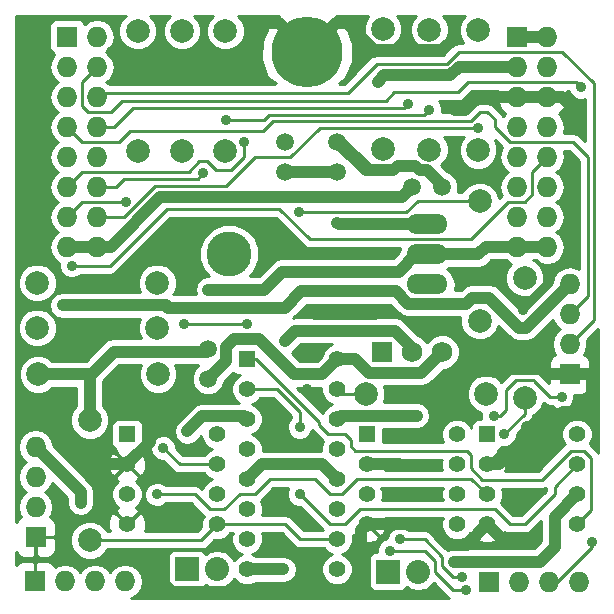
<source format=gbl>
%FSLAX34Y34*%
G04 Gerber Fmt 3.4, Leading zero omitted, Abs format*
G04 (created by PCBNEW (2014-jan-25)-product) date Wed 09 Jul 2014 11:31:52 PM PDT*
%MOIN*%
G01*
G70*
G90*
G04 APERTURE LIST*
%ADD10C,0.003937*%
%ADD11R,0.068000X0.068000*%
%ADD12O,0.068000X0.068000*%
%ADD13C,0.059100*%
%ADD14C,0.068000*%
%ADD15C,0.078700*%
%ADD16R,0.055000X0.055000*%
%ADD17C,0.055000*%
%ADD18R,0.080000X0.080000*%
%ADD19O,0.080000X0.080000*%
%ADD20O,0.137800X0.066900*%
%ADD21C,0.149600*%
%ADD22C,0.236220*%
%ADD23C,0.035000*%
%ADD24C,0.040000*%
%ADD25C,0.010000*%
G04 APERTURE END LIST*
G54D10*
G54D11*
X32000Y-41500D03*
G54D12*
X33000Y-41500D03*
X32000Y-42500D03*
X33000Y-42500D03*
X32000Y-43500D03*
X33000Y-43500D03*
X32000Y-44500D03*
X33000Y-44500D03*
X32000Y-45500D03*
X33000Y-45500D03*
X32000Y-46500D03*
X33000Y-46500D03*
X32000Y-47500D03*
X33000Y-47500D03*
X32000Y-48500D03*
X33000Y-48500D03*
G54D11*
X47000Y-41500D03*
G54D12*
X48000Y-41500D03*
X47000Y-42500D03*
X48000Y-42500D03*
X47000Y-43500D03*
X48000Y-43500D03*
X47000Y-44500D03*
X48000Y-44500D03*
X47000Y-45500D03*
X48000Y-45500D03*
X47000Y-46500D03*
X48000Y-46500D03*
X47000Y-47500D03*
X48000Y-47500D03*
X47000Y-48500D03*
X48000Y-48500D03*
G54D13*
X43500Y-46500D03*
X44500Y-46500D03*
X39250Y-46000D03*
X39250Y-45000D03*
X41000Y-46000D03*
X41000Y-45000D03*
X36700Y-52900D03*
X36700Y-51900D03*
G54D11*
X42500Y-52000D03*
G54D14*
X43500Y-52000D03*
X44500Y-52000D03*
G54D11*
X48750Y-52750D03*
G54D12*
X48750Y-51750D03*
X48750Y-50750D03*
X48750Y-49750D03*
G54D11*
X30950Y-58175D03*
G54D12*
X30950Y-57175D03*
X30950Y-56175D03*
X30950Y-55175D03*
G54D15*
X45750Y-50969D03*
X45750Y-46969D03*
X45700Y-41281D03*
X45700Y-45281D03*
X37275Y-41306D03*
X37275Y-45306D03*
X35825Y-41306D03*
X35825Y-45306D03*
X34350Y-41306D03*
X34350Y-45306D03*
X44075Y-41256D03*
X44075Y-45256D03*
X42525Y-41231D03*
X42525Y-45231D03*
X31006Y-51200D03*
X35006Y-51200D03*
X31006Y-49700D03*
X35006Y-49700D03*
X31031Y-52750D03*
X35031Y-52750D03*
X32750Y-54281D03*
X32750Y-58281D03*
X47250Y-49531D03*
X47250Y-53531D03*
X45969Y-53400D03*
X41969Y-53400D03*
G54D16*
X46000Y-54750D03*
G54D17*
X46000Y-55750D03*
X46000Y-56750D03*
X46000Y-57750D03*
X49000Y-57750D03*
X49000Y-56750D03*
X49000Y-55750D03*
X49000Y-54750D03*
G54D16*
X34000Y-54750D03*
G54D17*
X34000Y-55750D03*
X34000Y-56750D03*
X34000Y-57750D03*
X37000Y-57750D03*
X37000Y-56750D03*
X37000Y-55750D03*
X37000Y-54750D03*
G54D16*
X42000Y-54750D03*
G54D17*
X42000Y-55750D03*
X42000Y-56750D03*
X42000Y-57750D03*
X45000Y-57750D03*
X45000Y-56750D03*
X45000Y-55750D03*
X45000Y-54750D03*
G54D16*
X38000Y-52250D03*
G54D17*
X38000Y-53250D03*
X38000Y-54250D03*
X38000Y-55250D03*
X38000Y-56250D03*
X38000Y-57250D03*
X38000Y-58250D03*
X38000Y-59250D03*
X41000Y-59250D03*
X41000Y-58250D03*
X41000Y-57250D03*
X41000Y-56250D03*
X41000Y-55250D03*
X41000Y-54250D03*
X41000Y-53250D03*
X41000Y-52250D03*
G54D18*
X42700Y-59325D03*
G54D19*
X43700Y-59325D03*
G54D18*
X36000Y-59250D03*
G54D19*
X37000Y-59250D03*
G54D11*
X30925Y-59650D03*
G54D12*
X31925Y-59650D03*
X32925Y-59650D03*
X33925Y-59650D03*
G54D11*
X46075Y-59675D03*
G54D12*
X47075Y-59675D03*
X48075Y-59675D03*
X49075Y-59675D03*
G54D20*
X44000Y-48750D03*
X44000Y-49750D03*
X44000Y-47750D03*
G54D21*
X37400Y-48750D03*
G54D22*
X40000Y-42000D03*
G54D23*
X38575Y-49925D03*
X36700Y-49925D03*
X49125Y-43175D03*
X49500Y-58325D03*
X46225Y-54125D03*
X48480Y-53500D03*
X43350Y-43750D03*
X44075Y-43925D03*
X37900Y-45000D03*
X37300Y-44275D03*
X36525Y-46050D03*
X33950Y-47000D03*
X45700Y-44525D03*
X32450Y-57025D03*
X39250Y-50525D03*
X42350Y-43000D03*
X31850Y-50450D03*
X32150Y-49125D03*
X41000Y-47700D03*
X44900Y-59000D03*
X39725Y-47350D03*
X43050Y-55750D03*
X43500Y-53450D03*
X44925Y-41525D03*
X44925Y-43925D03*
X47340Y-54520D03*
X44925Y-45550D03*
X42225Y-41950D03*
X35750Y-42500D03*
X35000Y-42500D03*
X33500Y-42000D03*
X40250Y-48750D03*
X40250Y-50750D03*
X42250Y-50750D03*
X42250Y-48750D03*
X38275Y-41050D03*
X38500Y-47750D03*
X34000Y-49750D03*
X34000Y-51250D03*
X34000Y-52750D03*
X40250Y-52000D03*
X43000Y-56750D03*
X40250Y-55000D03*
X40000Y-53250D03*
X39750Y-59750D03*
X35000Y-57500D03*
X35000Y-59500D03*
X33000Y-55750D03*
X39750Y-57500D03*
X46750Y-57000D03*
X47500Y-58250D03*
X47200Y-52000D03*
X48800Y-46000D03*
X49000Y-44000D03*
X47200Y-50600D03*
X46000Y-49400D03*
X39250Y-51650D03*
X39200Y-59250D03*
X35000Y-56750D03*
X39750Y-56750D03*
X39750Y-54500D03*
X35900Y-51075D03*
X38000Y-51075D03*
X35200Y-55200D03*
X46575Y-54750D03*
X45300Y-59950D03*
X42750Y-58625D03*
X43100Y-58250D03*
X45150Y-59500D03*
X36000Y-54650D03*
X43650Y-54125D03*
G54D24*
X33000Y-48500D02*
X32000Y-48500D01*
X33450Y-48500D02*
X35100Y-46850D01*
X35100Y-46850D02*
X43150Y-46850D01*
X43150Y-46850D02*
X43500Y-46500D01*
X33000Y-48500D02*
X33450Y-48500D01*
X48000Y-41500D02*
X47000Y-41500D01*
X36700Y-51900D02*
X36600Y-52000D01*
X36600Y-52000D02*
X33550Y-52000D01*
X36700Y-49925D02*
X38575Y-49925D01*
X43625Y-48750D02*
X44000Y-48750D01*
X48000Y-48500D02*
X47000Y-48500D01*
X42050Y-45950D02*
X41100Y-45000D01*
X42875Y-45950D02*
X42050Y-45950D01*
X43025Y-45800D02*
X42875Y-45950D01*
X43600Y-45800D02*
X43025Y-45800D01*
X43750Y-45950D02*
X43600Y-45800D01*
X44000Y-45950D02*
X43750Y-45950D01*
X44500Y-46450D02*
X44000Y-45950D01*
X44500Y-46500D02*
X44500Y-46450D01*
X45950Y-48500D02*
X45700Y-48750D01*
X47000Y-48500D02*
X45950Y-48500D01*
X45700Y-48750D02*
X44000Y-48750D01*
X46038Y-53469D02*
X45969Y-53400D01*
X32750Y-52800D02*
X33550Y-52000D01*
X32750Y-54281D02*
X32750Y-52800D01*
X32700Y-52750D02*
X32750Y-52800D01*
X31031Y-52750D02*
X32700Y-52750D01*
X43050Y-49325D02*
X43625Y-48750D01*
X39175Y-49325D02*
X43050Y-49325D01*
X38575Y-49925D02*
X39175Y-49325D01*
X41950Y-45950D02*
X42050Y-45950D01*
X41000Y-45000D02*
X41950Y-45950D01*
X38500Y-55750D02*
X40500Y-55750D01*
X40500Y-55750D02*
X41000Y-56250D01*
X38000Y-56250D02*
X38500Y-55750D01*
G54D25*
X32500Y-43000D02*
X32500Y-43800D01*
X32500Y-43800D02*
X32700Y-44000D01*
X32700Y-44000D02*
X33450Y-44000D01*
X33450Y-44000D02*
X33825Y-43625D01*
X33825Y-43625D02*
X42625Y-43625D01*
X42625Y-43625D02*
X42900Y-43350D01*
X42900Y-43350D02*
X45025Y-43350D01*
X45025Y-43350D02*
X45375Y-43000D01*
X45375Y-43000D02*
X48950Y-43000D01*
X48950Y-43000D02*
X49125Y-43175D01*
X33000Y-42500D02*
X32500Y-43000D01*
X46425Y-54125D02*
X46625Y-53925D01*
X46625Y-53925D02*
X46625Y-53275D01*
X46625Y-53275D02*
X46950Y-52950D01*
X46950Y-52950D02*
X47550Y-52950D01*
X47550Y-52950D02*
X47560Y-52960D01*
X46225Y-54125D02*
X46425Y-54125D01*
X48100Y-53500D02*
X47560Y-52960D01*
X48480Y-53500D02*
X48100Y-53500D01*
X49500Y-58500D02*
X49500Y-58325D01*
X48325Y-59675D02*
X49500Y-58500D01*
X48075Y-59675D02*
X48325Y-59675D01*
X33000Y-43500D02*
X32825Y-43674D01*
X42325Y-42400D02*
X44650Y-42400D01*
X44650Y-42400D02*
X45050Y-42000D01*
X45050Y-42000D02*
X48500Y-42000D01*
X48500Y-42000D02*
X49550Y-43050D01*
X49550Y-43050D02*
X49550Y-50949D01*
X49550Y-50949D02*
X48750Y-51750D01*
X41350Y-43375D02*
X42325Y-42400D01*
X33125Y-43375D02*
X41350Y-43375D01*
X33000Y-43500D02*
X33125Y-43375D01*
X32000Y-44500D02*
X32500Y-45000D01*
X38850Y-44300D02*
X45450Y-44300D01*
X32500Y-45000D02*
X33725Y-45000D01*
X45750Y-44000D02*
X45450Y-44300D01*
X46000Y-44000D02*
X45750Y-44000D01*
X48750Y-50750D02*
X49350Y-50150D01*
X49350Y-50150D02*
X49350Y-45500D01*
X34100Y-44625D02*
X38525Y-44625D01*
X38525Y-44625D02*
X38850Y-44300D01*
X33725Y-45000D02*
X34100Y-44625D01*
X46250Y-44250D02*
X46250Y-44500D01*
X46250Y-44500D02*
X46750Y-45000D01*
X46750Y-45000D02*
X48850Y-45000D01*
X48850Y-45000D02*
X49350Y-45500D01*
X46000Y-44000D02*
X46250Y-44250D01*
X33575Y-44500D02*
X34200Y-43875D01*
X33000Y-44500D02*
X33575Y-44500D01*
X43225Y-43875D02*
X43350Y-43750D01*
X34200Y-43875D02*
X43225Y-43875D01*
X32500Y-46000D02*
X32000Y-46500D01*
X43900Y-44099D02*
X44075Y-43925D01*
X36050Y-46000D02*
X36400Y-45650D01*
X36400Y-45650D02*
X36650Y-45650D01*
X36650Y-45650D02*
X36950Y-45950D01*
X36950Y-45950D02*
X37450Y-45950D01*
X32500Y-46000D02*
X36050Y-46000D01*
X37900Y-45500D02*
X37900Y-45000D01*
X37450Y-45950D02*
X37900Y-45500D01*
X38725Y-44099D02*
X38550Y-44275D01*
X38550Y-44275D02*
X37300Y-44275D01*
X43900Y-44099D02*
X38725Y-44099D01*
X33000Y-46500D02*
X33627Y-46500D01*
X33627Y-46500D02*
X33902Y-46225D01*
X36350Y-46225D02*
X33902Y-46225D01*
X36525Y-46050D02*
X36350Y-46225D01*
X32000Y-47500D02*
X32500Y-47000D01*
X32500Y-47000D02*
X33950Y-47000D01*
X33000Y-47500D02*
X33910Y-47500D01*
X40425Y-44525D02*
X45700Y-44525D01*
X37300Y-46475D02*
X38262Y-45512D01*
X34935Y-46475D02*
X37300Y-46475D01*
X33910Y-47500D02*
X34935Y-46475D01*
X39437Y-45512D02*
X40425Y-44525D01*
X38262Y-45512D02*
X39437Y-45512D01*
G54D24*
X47075Y-51200D02*
X47300Y-51200D01*
X46075Y-50200D02*
X47075Y-51200D01*
X45500Y-50200D02*
X46075Y-50200D01*
X45300Y-50400D02*
X45500Y-50200D01*
X47300Y-51200D02*
X48750Y-49750D01*
X32450Y-56675D02*
X32450Y-57025D01*
X30950Y-55175D02*
X32450Y-56675D01*
X42350Y-43000D02*
X42575Y-42775D01*
X42575Y-42775D02*
X44775Y-42775D01*
X47000Y-42500D02*
X45050Y-42500D01*
X45050Y-42500D02*
X44775Y-42775D01*
X43375Y-50400D02*
X42950Y-49975D01*
X42950Y-49975D02*
X39800Y-49975D01*
X39800Y-49975D02*
X39250Y-50525D01*
X45300Y-50400D02*
X43375Y-50400D01*
X35225Y-50450D02*
X35300Y-50450D01*
X35300Y-50450D02*
X35375Y-50525D01*
X31850Y-50450D02*
X35225Y-50450D01*
X39250Y-50525D02*
X35375Y-50525D01*
G54D25*
X47500Y-46000D02*
X48000Y-45500D01*
X47500Y-46750D02*
X47500Y-46000D01*
X47250Y-47000D02*
X47500Y-46750D01*
X46700Y-47000D02*
X47250Y-47000D01*
X45450Y-48250D02*
X46700Y-47000D01*
X40100Y-48250D02*
X45450Y-48250D01*
X39075Y-47225D02*
X40100Y-48250D01*
X35320Y-47225D02*
X39075Y-47225D01*
X33420Y-49125D02*
X35320Y-47225D01*
X32150Y-49125D02*
X33420Y-49125D01*
G54D24*
X44000Y-47750D02*
X41049Y-47750D01*
X41049Y-47750D02*
X41000Y-47700D01*
X36700Y-52900D02*
X37300Y-52300D01*
X40500Y-52750D02*
X41000Y-52250D01*
X39575Y-52750D02*
X40500Y-52750D01*
X38400Y-51575D02*
X39575Y-52750D01*
X37575Y-51575D02*
X38400Y-51575D01*
X37300Y-51850D02*
X37575Y-51575D01*
X37300Y-52300D02*
X37300Y-51850D01*
X43800Y-52700D02*
X42050Y-52700D01*
X44500Y-52000D02*
X43800Y-52700D01*
X41600Y-52250D02*
X41000Y-52250D01*
X42050Y-52700D02*
X41600Y-52250D01*
X41000Y-46000D02*
X39250Y-46000D01*
X47750Y-59000D02*
X44900Y-59000D01*
X48250Y-57500D02*
X48250Y-58500D01*
X49000Y-56750D02*
X48250Y-57500D01*
X47750Y-59000D02*
X48250Y-58500D01*
G54D25*
X43300Y-47350D02*
X39725Y-47350D01*
X45750Y-46969D02*
X43681Y-46969D01*
X43681Y-46969D02*
X43300Y-47350D01*
G54D24*
X42000Y-55750D02*
X43050Y-55750D01*
X48050Y-52750D02*
X48750Y-52750D01*
X47875Y-52575D02*
X48050Y-52750D01*
X45125Y-52575D02*
X47875Y-52575D01*
X44250Y-53450D02*
X45125Y-52575D01*
X43500Y-53450D02*
X44250Y-53450D01*
X48000Y-43500D02*
X47000Y-43500D01*
X40000Y-42000D02*
X40950Y-41050D01*
X40950Y-41050D02*
X41325Y-41050D01*
X42225Y-41950D02*
X41325Y-41050D01*
X44925Y-41525D02*
X44500Y-41950D01*
X44500Y-41950D02*
X42225Y-41950D01*
X45700Y-43500D02*
X45275Y-43925D01*
X45275Y-43925D02*
X44925Y-43925D01*
X47000Y-43500D02*
X45700Y-43500D01*
X45325Y-58425D02*
X44700Y-58425D01*
X44700Y-58425D02*
X44025Y-57750D01*
X44025Y-57750D02*
X42000Y-57750D01*
X46000Y-57750D02*
X45325Y-58425D01*
X48020Y-54520D02*
X48520Y-54020D01*
X48520Y-54020D02*
X49020Y-54020D01*
X49020Y-54020D02*
X49500Y-53540D01*
X49500Y-53540D02*
X49500Y-52880D01*
X49500Y-52880D02*
X49370Y-52750D01*
X49370Y-52750D02*
X48750Y-52750D01*
X46000Y-55750D02*
X46390Y-55750D01*
X47340Y-54800D02*
X47340Y-54520D01*
X46390Y-55750D02*
X47340Y-54800D01*
X47340Y-54520D02*
X48020Y-54520D01*
X44935Y-45560D02*
X44925Y-45550D01*
X44940Y-45560D02*
X44935Y-45560D01*
X39050Y-41050D02*
X38275Y-41050D01*
X40000Y-42000D02*
X39050Y-41050D01*
X35000Y-42500D02*
X35750Y-42500D01*
X38275Y-41475D02*
X37250Y-42500D01*
X37250Y-42500D02*
X35750Y-42500D01*
X38275Y-41050D02*
X38275Y-41475D01*
X34000Y-42500D02*
X33500Y-42000D01*
X35000Y-42500D02*
X34000Y-42500D01*
X40250Y-50750D02*
X42250Y-50750D01*
X42250Y-48750D02*
X40250Y-48750D01*
X39500Y-48750D02*
X38500Y-47750D01*
X40250Y-48750D02*
X39500Y-48750D01*
X34750Y-55000D02*
X34000Y-55750D01*
X34000Y-53500D02*
X34000Y-52750D01*
X34750Y-54250D02*
X34000Y-53500D01*
X34750Y-55000D02*
X34750Y-54250D01*
X40250Y-52000D02*
X40250Y-51999D01*
X42000Y-57750D02*
X41800Y-57950D01*
X41800Y-59550D02*
X41425Y-59925D01*
X41800Y-57950D02*
X41800Y-59550D01*
X39925Y-59925D02*
X39750Y-59750D01*
X41425Y-59925D02*
X39925Y-59925D01*
X39500Y-60000D02*
X39750Y-59750D01*
X35500Y-60000D02*
X35000Y-59500D01*
X39500Y-60000D02*
X35500Y-60000D01*
X34000Y-55750D02*
X33000Y-55750D01*
X46500Y-58250D02*
X47500Y-58250D01*
X46000Y-57750D02*
X46500Y-58250D01*
G54D25*
X48800Y-46000D02*
X48800Y-48800D01*
G54D24*
X48500Y-43500D02*
X48000Y-43500D01*
X48500Y-43500D02*
X49000Y-44000D01*
G54D25*
X47200Y-50400D02*
X47200Y-50600D01*
X48800Y-48800D02*
X47200Y-50400D01*
X47200Y-50600D02*
X46000Y-49400D01*
G54D24*
X43500Y-52000D02*
X43500Y-51880D01*
X42920Y-51300D02*
X39600Y-51300D01*
X43500Y-51880D02*
X42920Y-51300D01*
X39600Y-51300D02*
X39250Y-51650D01*
X38000Y-59250D02*
X39200Y-59250D01*
G54D25*
X36750Y-57250D02*
X36250Y-56750D01*
X36250Y-56750D02*
X35000Y-56750D01*
X40750Y-56725D02*
X40275Y-56250D01*
X38750Y-56250D02*
X38275Y-56725D01*
X40275Y-56250D02*
X38750Y-56250D01*
X37750Y-56725D02*
X38275Y-56725D01*
X37225Y-57250D02*
X37750Y-56725D01*
X36750Y-57250D02*
X37225Y-57250D01*
X40750Y-56725D02*
X41175Y-56725D01*
X41175Y-56725D02*
X41675Y-56225D01*
X45475Y-56225D02*
X41675Y-56225D01*
X45475Y-56225D02*
X46000Y-56750D01*
X39000Y-53250D02*
X38000Y-53250D01*
X39750Y-54000D02*
X39000Y-53250D01*
X39750Y-56750D02*
X40750Y-57750D01*
X41275Y-57750D02*
X40750Y-57750D01*
X39750Y-54500D02*
X39750Y-54000D01*
X46250Y-57250D02*
X41775Y-57250D01*
X41775Y-57250D02*
X41275Y-57750D01*
X48250Y-56500D02*
X49000Y-55750D01*
X46250Y-57250D02*
X46750Y-57750D01*
X47250Y-57750D02*
X48250Y-56750D01*
X48250Y-56750D02*
X48250Y-56500D01*
X46750Y-57750D02*
X47250Y-57750D01*
X40400Y-54350D02*
X40400Y-54425D01*
X40400Y-54425D02*
X40700Y-54725D01*
X40700Y-54725D02*
X41250Y-54725D01*
X41250Y-54725D02*
X41450Y-54925D01*
X41450Y-54925D02*
X41450Y-55150D01*
X41450Y-55150D02*
X41600Y-55300D01*
X38000Y-52250D02*
X38300Y-52250D01*
X38300Y-52250D02*
X40400Y-54350D01*
X38000Y-51075D02*
X35900Y-51075D01*
X49475Y-57275D02*
X49475Y-55550D01*
X49475Y-55550D02*
X49225Y-55300D01*
X45320Y-55300D02*
X41600Y-55300D01*
X49225Y-55300D02*
X49200Y-55300D01*
X49000Y-57750D02*
X49475Y-57275D01*
X45460Y-55440D02*
X45320Y-55300D01*
X45460Y-55880D02*
X45460Y-55440D01*
X45840Y-56260D02*
X45460Y-55880D01*
X47820Y-56260D02*
X45840Y-56260D01*
X48780Y-55300D02*
X47820Y-56260D01*
X49200Y-55300D02*
X48780Y-55300D01*
X37000Y-55750D02*
X35750Y-55750D01*
X35750Y-55750D02*
X35200Y-55200D01*
X37000Y-57750D02*
X39275Y-57750D01*
X39775Y-58250D02*
X41000Y-58250D01*
X39275Y-57750D02*
X39775Y-58250D01*
X32750Y-58281D02*
X36469Y-58281D01*
X36469Y-58281D02*
X37000Y-57750D01*
X46575Y-54750D02*
X47250Y-54075D01*
X47250Y-54075D02*
X47250Y-53531D01*
X44875Y-59950D02*
X45300Y-59950D01*
X42750Y-58625D02*
X43925Y-58625D01*
X43925Y-58625D02*
X44275Y-58975D01*
X44275Y-58975D02*
X44275Y-59350D01*
X44275Y-59350D02*
X44875Y-59950D01*
X41000Y-53250D02*
X41150Y-53400D01*
X41150Y-53400D02*
X41969Y-53400D01*
X44500Y-58825D02*
X43925Y-58250D01*
X43925Y-58250D02*
X43100Y-58250D01*
X44500Y-59125D02*
X44875Y-59500D01*
X44875Y-59500D02*
X45150Y-59500D01*
X44500Y-58825D02*
X44500Y-59125D01*
G54D24*
X38000Y-54250D02*
X37900Y-54150D01*
X37900Y-54150D02*
X36500Y-54150D01*
X36500Y-54150D02*
X36000Y-54650D01*
X41000Y-54250D02*
X41125Y-54125D01*
X41125Y-54125D02*
X43650Y-54125D01*
G54D25*
G36*
X40525Y-57950D02*
X39899Y-57950D01*
X39487Y-57537D01*
X39389Y-57472D01*
X39275Y-57450D01*
X38485Y-57450D01*
X38524Y-57354D01*
X38525Y-57146D01*
X38449Y-56962D01*
X38449Y-56962D01*
X38487Y-56937D01*
X38874Y-56550D01*
X39372Y-56550D01*
X39325Y-56665D01*
X39324Y-56834D01*
X39389Y-56990D01*
X39508Y-57110D01*
X39665Y-57174D01*
X39750Y-57175D01*
X40525Y-57950D01*
X40525Y-57950D01*
G37*
X40525Y-57950D02*
X39899Y-57950D01*
X39487Y-57537D01*
X39389Y-57472D01*
X39275Y-57450D01*
X38485Y-57450D01*
X38524Y-57354D01*
X38525Y-57146D01*
X38449Y-56962D01*
X38449Y-56962D01*
X38487Y-56937D01*
X38874Y-56550D01*
X39372Y-56550D01*
X39325Y-56665D01*
X39324Y-56834D01*
X39389Y-56990D01*
X39508Y-57110D01*
X39665Y-57174D01*
X39750Y-57175D01*
X40525Y-57950D01*
G36*
X40545Y-54975D02*
X40475Y-55145D01*
X40474Y-55300D01*
X38524Y-55300D01*
X38525Y-55146D01*
X38445Y-54953D01*
X38297Y-54805D01*
X38164Y-54749D01*
X38297Y-54695D01*
X38444Y-54547D01*
X38524Y-54354D01*
X38525Y-54146D01*
X38445Y-53953D01*
X38297Y-53805D01*
X38164Y-53749D01*
X38297Y-53695D01*
X38442Y-53550D01*
X38875Y-53550D01*
X39450Y-54124D01*
X39450Y-54198D01*
X39389Y-54258D01*
X39325Y-54415D01*
X39324Y-54584D01*
X39389Y-54740D01*
X39508Y-54860D01*
X39665Y-54924D01*
X39834Y-54925D01*
X39990Y-54860D01*
X40110Y-54741D01*
X40166Y-54605D01*
X40166Y-54605D01*
X40187Y-54637D01*
X40487Y-54937D01*
X40545Y-54975D01*
X40545Y-54975D01*
G37*
X40545Y-54975D02*
X40475Y-55145D01*
X40474Y-55300D01*
X38524Y-55300D01*
X38525Y-55146D01*
X38445Y-54953D01*
X38297Y-54805D01*
X38164Y-54749D01*
X38297Y-54695D01*
X38444Y-54547D01*
X38524Y-54354D01*
X38525Y-54146D01*
X38445Y-53953D01*
X38297Y-53805D01*
X38164Y-53749D01*
X38297Y-53695D01*
X38442Y-53550D01*
X38875Y-53550D01*
X39450Y-54124D01*
X39450Y-54198D01*
X39389Y-54258D01*
X39325Y-54415D01*
X39324Y-54584D01*
X39389Y-54740D01*
X39508Y-54860D01*
X39665Y-54924D01*
X39834Y-54925D01*
X39990Y-54860D01*
X40110Y-54741D01*
X40166Y-54605D01*
X40166Y-54605D01*
X40187Y-54637D01*
X40487Y-54937D01*
X40545Y-54975D01*
G36*
X40835Y-53750D02*
X40703Y-53804D01*
X40555Y-53952D01*
X40517Y-54043D01*
X39674Y-53200D01*
X40475Y-53200D01*
X40474Y-53353D01*
X40554Y-53547D01*
X40702Y-53694D01*
X40835Y-53750D01*
X40835Y-53750D01*
G37*
X40835Y-53750D02*
X40703Y-53804D01*
X40555Y-53952D01*
X40517Y-54043D01*
X39674Y-53200D01*
X40475Y-53200D01*
X40474Y-53353D01*
X40554Y-53547D01*
X40702Y-53694D01*
X40835Y-53750D01*
G36*
X40835Y-51750D02*
X40703Y-51804D01*
X40555Y-51952D01*
X40479Y-52133D01*
X40313Y-52300D01*
X39761Y-52300D01*
X39485Y-52023D01*
X39568Y-51968D01*
X39786Y-51750D01*
X40835Y-51750D01*
X40835Y-51750D01*
G37*
X40835Y-51750D02*
X40703Y-51804D01*
X40555Y-51952D01*
X40479Y-52133D01*
X40313Y-52300D01*
X39761Y-52300D01*
X39485Y-52023D01*
X39568Y-51968D01*
X39786Y-51750D01*
X40835Y-51750D01*
G36*
X42019Y-55755D02*
X42005Y-55769D01*
X42000Y-55764D01*
X41994Y-55769D01*
X41980Y-55755D01*
X41985Y-55750D01*
X41980Y-55744D01*
X41994Y-55730D01*
X42000Y-55735D01*
X42005Y-55730D01*
X42019Y-55744D01*
X42014Y-55750D01*
X42019Y-55755D01*
X42019Y-55755D01*
G37*
X42019Y-55755D02*
X42005Y-55769D01*
X42000Y-55764D01*
X41994Y-55769D01*
X41980Y-55755D01*
X41985Y-55750D01*
X41980Y-55744D01*
X41994Y-55730D01*
X42000Y-55735D01*
X42005Y-55730D01*
X42019Y-55744D01*
X42014Y-55750D01*
X42019Y-55755D01*
G36*
X44504Y-55925D02*
X42605Y-55925D01*
X42621Y-55889D01*
X42627Y-55640D01*
X42612Y-55600D01*
X44493Y-55600D01*
X44475Y-55645D01*
X44474Y-55853D01*
X44504Y-55925D01*
X44504Y-55925D01*
G37*
X44504Y-55925D02*
X42605Y-55925D01*
X42621Y-55889D01*
X42627Y-55640D01*
X42612Y-55600D01*
X44493Y-55600D01*
X44475Y-55645D01*
X44474Y-55853D01*
X44504Y-55925D01*
G36*
X44524Y-56525D02*
X44475Y-56645D01*
X44474Y-56853D01*
X44514Y-56950D01*
X42485Y-56950D01*
X42524Y-56854D01*
X42525Y-56646D01*
X42475Y-56525D01*
X44524Y-56525D01*
X44524Y-56525D01*
G37*
X44524Y-56525D02*
X44475Y-56645D01*
X44474Y-56853D01*
X44514Y-56950D01*
X42485Y-56950D01*
X42524Y-56854D01*
X42525Y-56646D01*
X42475Y-56525D01*
X44524Y-56525D01*
G36*
X46092Y-59685D02*
X46085Y-59685D01*
X46085Y-59692D01*
X46065Y-59692D01*
X46065Y-59685D01*
X46057Y-59685D01*
X46057Y-59665D01*
X46065Y-59665D01*
X46065Y-59657D01*
X46085Y-59657D01*
X46085Y-59665D01*
X46092Y-59665D01*
X46092Y-59685D01*
X46092Y-59685D01*
G37*
X46092Y-59685D02*
X46085Y-59685D01*
X46085Y-59692D01*
X46065Y-59692D01*
X46065Y-59685D01*
X46057Y-59685D01*
X46057Y-59665D01*
X46065Y-59665D01*
X46065Y-59657D01*
X46085Y-59657D01*
X46085Y-59665D01*
X46092Y-59665D01*
X46092Y-59685D01*
G36*
X46689Y-46000D02*
X46582Y-46071D01*
X46454Y-46262D01*
X46410Y-46488D01*
X46410Y-46511D01*
X46454Y-46737D01*
X46488Y-46787D01*
X46487Y-46787D01*
X46393Y-46882D01*
X46393Y-46841D01*
X46295Y-46604D01*
X46114Y-46423D01*
X45878Y-46325D01*
X45622Y-46325D01*
X45385Y-46423D01*
X45204Y-46604D01*
X45177Y-46669D01*
X45020Y-46669D01*
X45045Y-46608D01*
X45045Y-46391D01*
X44962Y-46191D01*
X44809Y-46037D01*
X44663Y-45977D01*
X44463Y-45777D01*
X44620Y-45620D01*
X44718Y-45384D01*
X44718Y-45128D01*
X44620Y-44891D01*
X44554Y-44825D01*
X45245Y-44825D01*
X45154Y-44916D01*
X45056Y-45152D01*
X45056Y-45408D01*
X45154Y-45645D01*
X45335Y-45826D01*
X45571Y-45924D01*
X45827Y-45924D01*
X46064Y-45826D01*
X46245Y-45645D01*
X46343Y-45409D01*
X46343Y-45153D01*
X46248Y-44922D01*
X46508Y-45182D01*
X46454Y-45262D01*
X46410Y-45488D01*
X46410Y-45511D01*
X46454Y-45737D01*
X46582Y-45928D01*
X46689Y-46000D01*
X46689Y-46000D01*
G37*
X46689Y-46000D02*
X46582Y-46071D01*
X46454Y-46262D01*
X46410Y-46488D01*
X46410Y-46511D01*
X46454Y-46737D01*
X46488Y-46787D01*
X46487Y-46787D01*
X46393Y-46882D01*
X46393Y-46841D01*
X46295Y-46604D01*
X46114Y-46423D01*
X45878Y-46325D01*
X45622Y-46325D01*
X45385Y-46423D01*
X45204Y-46604D01*
X45177Y-46669D01*
X45020Y-46669D01*
X45045Y-46608D01*
X45045Y-46391D01*
X44962Y-46191D01*
X44809Y-46037D01*
X44663Y-45977D01*
X44463Y-45777D01*
X44620Y-45620D01*
X44718Y-45384D01*
X44718Y-45128D01*
X44620Y-44891D01*
X44554Y-44825D01*
X45245Y-44825D01*
X45154Y-44916D01*
X45056Y-45152D01*
X45056Y-45408D01*
X45154Y-45645D01*
X45335Y-45826D01*
X45571Y-45924D01*
X45827Y-45924D01*
X46064Y-45826D01*
X46245Y-45645D01*
X46343Y-45409D01*
X46343Y-45153D01*
X46248Y-44922D01*
X46508Y-45182D01*
X46454Y-45262D01*
X46410Y-45488D01*
X46410Y-45511D01*
X46454Y-45737D01*
X46582Y-45928D01*
X46689Y-46000D01*
G36*
X47800Y-58313D02*
X47563Y-58550D01*
X46381Y-58550D01*
X46381Y-58145D01*
X46000Y-57764D01*
X45618Y-58145D01*
X45633Y-58271D01*
X45860Y-58371D01*
X46109Y-58377D01*
X46341Y-58288D01*
X46366Y-58271D01*
X46381Y-58145D01*
X46381Y-58550D01*
X44900Y-58550D01*
X44727Y-58584D01*
X44701Y-58601D01*
X44137Y-58037D01*
X44039Y-57972D01*
X43925Y-57950D01*
X43401Y-57950D01*
X43341Y-57889D01*
X43184Y-57825D01*
X43015Y-57824D01*
X42859Y-57889D01*
X42739Y-58008D01*
X42675Y-58165D01*
X42675Y-58199D01*
X42665Y-58199D01*
X42509Y-58264D01*
X42389Y-58383D01*
X42381Y-58403D01*
X42381Y-58145D01*
X42000Y-57764D01*
X41618Y-58145D01*
X41633Y-58271D01*
X41860Y-58371D01*
X42109Y-58377D01*
X42341Y-58288D01*
X42366Y-58271D01*
X42381Y-58145D01*
X42381Y-58403D01*
X42325Y-58540D01*
X42324Y-58675D01*
X42250Y-58675D01*
X42158Y-58713D01*
X42088Y-58783D01*
X42050Y-58875D01*
X42050Y-58974D01*
X42050Y-59774D01*
X42088Y-59866D01*
X42158Y-59936D01*
X42250Y-59975D01*
X42349Y-59975D01*
X43149Y-59975D01*
X43241Y-59936D01*
X43311Y-59866D01*
X43320Y-59846D01*
X43438Y-59925D01*
X43687Y-59975D01*
X43712Y-59975D01*
X43961Y-59925D01*
X44172Y-59784D01*
X44217Y-59716D01*
X44662Y-60162D01*
X44662Y-60162D01*
X44719Y-60200D01*
X34137Y-60200D01*
X34162Y-60195D01*
X34353Y-60067D01*
X34481Y-59875D01*
X34526Y-59650D01*
X34481Y-59424D01*
X34353Y-59232D01*
X34162Y-59104D01*
X33936Y-59060D01*
X33913Y-59060D01*
X33687Y-59104D01*
X33496Y-59232D01*
X33425Y-59339D01*
X33353Y-59232D01*
X33162Y-59104D01*
X32936Y-59060D01*
X32913Y-59060D01*
X32687Y-59104D01*
X32496Y-59232D01*
X32425Y-59339D01*
X32353Y-59232D01*
X32162Y-59104D01*
X31936Y-59060D01*
X31913Y-59060D01*
X31687Y-59104D01*
X31640Y-59136D01*
X31640Y-58584D01*
X31640Y-58272D01*
X31552Y-58185D01*
X30960Y-58185D01*
X30960Y-58777D01*
X31047Y-58865D01*
X31220Y-58865D01*
X31359Y-58865D01*
X31488Y-58811D01*
X31586Y-58713D01*
X31640Y-58584D01*
X31640Y-59136D01*
X31586Y-59172D01*
X31561Y-59111D01*
X31463Y-59013D01*
X31334Y-58960D01*
X31022Y-58960D01*
X30935Y-59047D01*
X30935Y-59640D01*
X30942Y-59640D01*
X30942Y-59660D01*
X30935Y-59660D01*
X30935Y-59667D01*
X30915Y-59667D01*
X30915Y-59660D01*
X30907Y-59660D01*
X30907Y-59640D01*
X30915Y-59640D01*
X30915Y-59047D01*
X30827Y-58960D01*
X30515Y-58960D01*
X30386Y-59013D01*
X30300Y-59100D01*
X30300Y-58681D01*
X30313Y-58713D01*
X30411Y-58811D01*
X30540Y-58865D01*
X30679Y-58865D01*
X30852Y-58865D01*
X30940Y-58777D01*
X30940Y-58185D01*
X30932Y-58185D01*
X30932Y-58165D01*
X30940Y-58165D01*
X30940Y-58157D01*
X30960Y-58157D01*
X30960Y-58165D01*
X31552Y-58165D01*
X31640Y-58077D01*
X31640Y-57765D01*
X31586Y-57636D01*
X31488Y-57538D01*
X31427Y-57513D01*
X31495Y-57412D01*
X31540Y-57186D01*
X31540Y-57163D01*
X31495Y-56937D01*
X31367Y-56746D01*
X31260Y-56675D01*
X31367Y-56603D01*
X31495Y-56412D01*
X31504Y-56365D01*
X32000Y-56861D01*
X32000Y-57025D01*
X32034Y-57197D01*
X32131Y-57343D01*
X32277Y-57440D01*
X32450Y-57475D01*
X32622Y-57440D01*
X32768Y-57343D01*
X32865Y-57197D01*
X32900Y-57025D01*
X32900Y-56675D01*
X32865Y-56502D01*
X32768Y-56356D01*
X31531Y-55119D01*
X31495Y-54937D01*
X31367Y-54746D01*
X31175Y-54618D01*
X30950Y-54573D01*
X30724Y-54618D01*
X30532Y-54746D01*
X30404Y-54937D01*
X30360Y-55163D01*
X30360Y-55186D01*
X30404Y-55412D01*
X30532Y-55603D01*
X30639Y-55675D01*
X30532Y-55746D01*
X30404Y-55937D01*
X30360Y-56163D01*
X30360Y-56186D01*
X30404Y-56412D01*
X30532Y-56603D01*
X30639Y-56675D01*
X30532Y-56746D01*
X30404Y-56937D01*
X30360Y-57163D01*
X30360Y-57186D01*
X30404Y-57412D01*
X30472Y-57513D01*
X30411Y-57538D01*
X30313Y-57636D01*
X30300Y-57668D01*
X30300Y-40800D01*
X33946Y-40800D01*
X33804Y-40941D01*
X33706Y-41177D01*
X33706Y-41433D01*
X33804Y-41670D01*
X33985Y-41851D01*
X34221Y-41949D01*
X34477Y-41949D01*
X34714Y-41851D01*
X34895Y-41670D01*
X34993Y-41434D01*
X34993Y-41178D01*
X34895Y-40941D01*
X34754Y-40800D01*
X35421Y-40800D01*
X35279Y-40941D01*
X35181Y-41177D01*
X35181Y-41433D01*
X35279Y-41670D01*
X35460Y-41851D01*
X35696Y-41949D01*
X35952Y-41949D01*
X36189Y-41851D01*
X36370Y-41670D01*
X36468Y-41434D01*
X36468Y-41178D01*
X36370Y-40941D01*
X36229Y-40800D01*
X36871Y-40800D01*
X36729Y-40941D01*
X36631Y-41177D01*
X36631Y-41433D01*
X36729Y-41670D01*
X36910Y-41851D01*
X37146Y-41949D01*
X37402Y-41949D01*
X37639Y-41851D01*
X37820Y-41670D01*
X37918Y-41434D01*
X37918Y-41178D01*
X37820Y-40941D01*
X37679Y-40800D01*
X39051Y-40800D01*
X38965Y-40950D01*
X40000Y-41985D01*
X41034Y-40950D01*
X40948Y-40800D01*
X42045Y-40800D01*
X41979Y-40866D01*
X41881Y-41102D01*
X41881Y-41358D01*
X41979Y-41595D01*
X42160Y-41776D01*
X42396Y-41874D01*
X42652Y-41874D01*
X42889Y-41776D01*
X43070Y-41595D01*
X43168Y-41359D01*
X43168Y-41103D01*
X43070Y-40866D01*
X43004Y-40800D01*
X43620Y-40800D01*
X43529Y-40891D01*
X43431Y-41127D01*
X43431Y-41383D01*
X43529Y-41620D01*
X43710Y-41801D01*
X43946Y-41899D01*
X44202Y-41899D01*
X44439Y-41801D01*
X44620Y-41620D01*
X44718Y-41384D01*
X44718Y-41128D01*
X44620Y-40891D01*
X44529Y-40800D01*
X45270Y-40800D01*
X45154Y-40916D01*
X45056Y-41152D01*
X45056Y-41408D01*
X45154Y-41645D01*
X45209Y-41700D01*
X45050Y-41700D01*
X44935Y-41722D01*
X44837Y-41787D01*
X44525Y-42100D01*
X42325Y-42100D01*
X42210Y-42122D01*
X42112Y-42187D01*
X41540Y-42760D01*
X41225Y-43075D01*
X41089Y-43075D01*
X41049Y-43034D01*
X41268Y-42909D01*
X41520Y-42354D01*
X41540Y-41745D01*
X41325Y-41175D01*
X41268Y-41090D01*
X41049Y-40965D01*
X40014Y-42000D01*
X40019Y-42005D01*
X40005Y-42019D01*
X40000Y-42014D01*
X39994Y-42019D01*
X39985Y-42011D01*
X39980Y-42005D01*
X39985Y-42000D01*
X38950Y-40965D01*
X38731Y-41090D01*
X38479Y-41645D01*
X38459Y-42254D01*
X38674Y-42824D01*
X38731Y-42909D01*
X38950Y-43034D01*
X38910Y-43075D01*
X33419Y-43075D01*
X33417Y-43071D01*
X33310Y-43000D01*
X33417Y-42928D01*
X33545Y-42737D01*
X33590Y-42511D01*
X33590Y-42488D01*
X33545Y-42262D01*
X33417Y-42071D01*
X33310Y-42000D01*
X33417Y-41928D01*
X33545Y-41737D01*
X33590Y-41511D01*
X33590Y-41488D01*
X33545Y-41262D01*
X33417Y-41071D01*
X33225Y-40943D01*
X33000Y-40898D01*
X32774Y-40943D01*
X32582Y-41071D01*
X32577Y-41079D01*
X32551Y-41018D01*
X32481Y-40948D01*
X32389Y-40910D01*
X32290Y-40910D01*
X31610Y-40910D01*
X31518Y-40948D01*
X31448Y-41018D01*
X31410Y-41110D01*
X31410Y-41209D01*
X31410Y-41889D01*
X31448Y-41981D01*
X31518Y-42051D01*
X31578Y-42077D01*
X31454Y-42262D01*
X31410Y-42488D01*
X31410Y-42511D01*
X31454Y-42737D01*
X31582Y-42928D01*
X31689Y-43000D01*
X31582Y-43071D01*
X31454Y-43262D01*
X31410Y-43488D01*
X31410Y-43511D01*
X31454Y-43737D01*
X31582Y-43928D01*
X31689Y-44000D01*
X31582Y-44071D01*
X31454Y-44262D01*
X31410Y-44488D01*
X31410Y-44511D01*
X31454Y-44737D01*
X31582Y-44928D01*
X31689Y-45000D01*
X31582Y-45071D01*
X31454Y-45262D01*
X31410Y-45488D01*
X31410Y-45511D01*
X31454Y-45737D01*
X31582Y-45928D01*
X31689Y-46000D01*
X31582Y-46071D01*
X31454Y-46262D01*
X31410Y-46488D01*
X31410Y-46511D01*
X31454Y-46737D01*
X31582Y-46928D01*
X31689Y-47000D01*
X31582Y-47071D01*
X31454Y-47262D01*
X31410Y-47488D01*
X31410Y-47511D01*
X31454Y-47737D01*
X31582Y-47928D01*
X31689Y-48000D01*
X31582Y-48071D01*
X31454Y-48262D01*
X31410Y-48488D01*
X31410Y-48511D01*
X31454Y-48737D01*
X31582Y-48928D01*
X31730Y-49027D01*
X31725Y-49040D01*
X31724Y-49209D01*
X31789Y-49365D01*
X31908Y-49485D01*
X32065Y-49549D01*
X32234Y-49550D01*
X32390Y-49485D01*
X32451Y-49425D01*
X33420Y-49425D01*
X33420Y-49424D01*
X33534Y-49402D01*
X33534Y-49402D01*
X33632Y-49337D01*
X35444Y-47525D01*
X38950Y-47525D01*
X39887Y-48462D01*
X39985Y-48527D01*
X39985Y-48527D01*
X40100Y-48550D01*
X43082Y-48550D01*
X43056Y-48682D01*
X42863Y-48875D01*
X39175Y-48875D01*
X39002Y-48909D01*
X38856Y-49006D01*
X38388Y-49475D01*
X38086Y-49475D01*
X38245Y-49316D01*
X38397Y-48949D01*
X38398Y-48552D01*
X38246Y-48185D01*
X37966Y-47904D01*
X37599Y-47752D01*
X37202Y-47751D01*
X36835Y-47903D01*
X36554Y-48183D01*
X36402Y-48550D01*
X36401Y-48947D01*
X36553Y-49314D01*
X36713Y-49475D01*
X36700Y-49475D01*
X36527Y-49509D01*
X36381Y-49606D01*
X36284Y-49752D01*
X36250Y-49925D01*
X36279Y-50075D01*
X35541Y-50075D01*
X35551Y-50064D01*
X35649Y-49828D01*
X35649Y-49572D01*
X35551Y-49335D01*
X35370Y-49154D01*
X35134Y-49056D01*
X34878Y-49056D01*
X34641Y-49154D01*
X34460Y-49335D01*
X34362Y-49571D01*
X34362Y-49827D01*
X34433Y-50000D01*
X31850Y-50000D01*
X31677Y-50034D01*
X31649Y-50053D01*
X31649Y-49572D01*
X31551Y-49335D01*
X31370Y-49154D01*
X31134Y-49056D01*
X30878Y-49056D01*
X30641Y-49154D01*
X30460Y-49335D01*
X30362Y-49571D01*
X30362Y-49827D01*
X30460Y-50064D01*
X30641Y-50245D01*
X30877Y-50343D01*
X31133Y-50343D01*
X31370Y-50245D01*
X31551Y-50064D01*
X31649Y-49828D01*
X31649Y-49572D01*
X31649Y-50053D01*
X31531Y-50131D01*
X31434Y-50277D01*
X31400Y-50450D01*
X31434Y-50622D01*
X31531Y-50768D01*
X31677Y-50865D01*
X31850Y-50900D01*
X34433Y-50900D01*
X34362Y-51071D01*
X34362Y-51327D01*
X34454Y-51550D01*
X33550Y-51550D01*
X33377Y-51584D01*
X33231Y-51681D01*
X32613Y-52300D01*
X31649Y-52300D01*
X31649Y-51072D01*
X31551Y-50835D01*
X31370Y-50654D01*
X31134Y-50556D01*
X30878Y-50556D01*
X30641Y-50654D01*
X30460Y-50835D01*
X30362Y-51071D01*
X30362Y-51327D01*
X30460Y-51564D01*
X30641Y-51745D01*
X30877Y-51843D01*
X31133Y-51843D01*
X31370Y-51745D01*
X31551Y-51564D01*
X31649Y-51328D01*
X31649Y-51072D01*
X31649Y-52300D01*
X31491Y-52300D01*
X31395Y-52204D01*
X31159Y-52106D01*
X30903Y-52106D01*
X30666Y-52204D01*
X30485Y-52385D01*
X30387Y-52621D01*
X30387Y-52877D01*
X30485Y-53114D01*
X30666Y-53295D01*
X30902Y-53393D01*
X31158Y-53393D01*
X31395Y-53295D01*
X31491Y-53200D01*
X32300Y-53200D01*
X32300Y-53820D01*
X32204Y-53916D01*
X32106Y-54152D01*
X32106Y-54408D01*
X32204Y-54645D01*
X32385Y-54826D01*
X32621Y-54924D01*
X32877Y-54924D01*
X33114Y-54826D01*
X33295Y-54645D01*
X33393Y-54409D01*
X33393Y-54153D01*
X33295Y-53916D01*
X33200Y-53820D01*
X33200Y-52986D01*
X33736Y-52450D01*
X34458Y-52450D01*
X34387Y-52621D01*
X34387Y-52877D01*
X34485Y-53114D01*
X34666Y-53295D01*
X34902Y-53393D01*
X35158Y-53393D01*
X35395Y-53295D01*
X35576Y-53114D01*
X35674Y-52878D01*
X35674Y-52622D01*
X35603Y-52450D01*
X36378Y-52450D01*
X36237Y-52590D01*
X36154Y-52791D01*
X36154Y-53008D01*
X36237Y-53208D01*
X36390Y-53362D01*
X36591Y-53445D01*
X36808Y-53445D01*
X37008Y-53362D01*
X37162Y-53209D01*
X37245Y-53008D01*
X37245Y-52990D01*
X37541Y-52694D01*
X37583Y-52736D01*
X37675Y-52775D01*
X37774Y-52775D01*
X37774Y-52775D01*
X37703Y-52804D01*
X37555Y-52952D01*
X37475Y-53145D01*
X37474Y-53353D01*
X37554Y-53547D01*
X37702Y-53694D01*
X37714Y-53700D01*
X36500Y-53700D01*
X36327Y-53734D01*
X36181Y-53831D01*
X35681Y-54331D01*
X35584Y-54477D01*
X35550Y-54650D01*
X35584Y-54822D01*
X35681Y-54968D01*
X35827Y-55065D01*
X36000Y-55100D01*
X36172Y-55065D01*
X36318Y-54968D01*
X36474Y-54811D01*
X36474Y-54853D01*
X36554Y-55047D01*
X36702Y-55194D01*
X36835Y-55250D01*
X36703Y-55304D01*
X36557Y-55450D01*
X35874Y-55450D01*
X35624Y-55200D01*
X35625Y-55115D01*
X35560Y-54959D01*
X35441Y-54839D01*
X35284Y-54775D01*
X35115Y-54774D01*
X34959Y-54839D01*
X34839Y-54958D01*
X34775Y-55115D01*
X34774Y-55284D01*
X34839Y-55440D01*
X34958Y-55560D01*
X35115Y-55624D01*
X35200Y-55625D01*
X35537Y-55962D01*
X35537Y-55962D01*
X35635Y-56027D01*
X35750Y-56050D01*
X36557Y-56050D01*
X36702Y-56194D01*
X36835Y-56250D01*
X36703Y-56304D01*
X36555Y-56452D01*
X36502Y-56578D01*
X36462Y-56537D01*
X36364Y-56472D01*
X36250Y-56450D01*
X35301Y-56450D01*
X35241Y-56389D01*
X35084Y-56325D01*
X34915Y-56324D01*
X34759Y-56389D01*
X34639Y-56508D01*
X34627Y-56538D01*
X34627Y-55640D01*
X34538Y-55408D01*
X34525Y-55389D01*
X34525Y-55074D01*
X34525Y-54975D01*
X34525Y-54425D01*
X34486Y-54333D01*
X34416Y-54263D01*
X34324Y-54225D01*
X34225Y-54225D01*
X33675Y-54225D01*
X33583Y-54263D01*
X33513Y-54333D01*
X33475Y-54425D01*
X33475Y-54524D01*
X33475Y-55074D01*
X33513Y-55166D01*
X33583Y-55236D01*
X33630Y-55256D01*
X33618Y-55354D01*
X34000Y-55735D01*
X34381Y-55354D01*
X34369Y-55256D01*
X34416Y-55236D01*
X34486Y-55166D01*
X34525Y-55074D01*
X34525Y-55389D01*
X34521Y-55383D01*
X34395Y-55368D01*
X34014Y-55750D01*
X34395Y-56131D01*
X34521Y-56116D01*
X34621Y-55889D01*
X34627Y-55640D01*
X34627Y-56538D01*
X34575Y-56665D01*
X34574Y-56834D01*
X34639Y-56990D01*
X34758Y-57110D01*
X34915Y-57174D01*
X35084Y-57175D01*
X35240Y-57110D01*
X35301Y-57050D01*
X36125Y-57050D01*
X36537Y-57462D01*
X36537Y-57462D01*
X36548Y-57469D01*
X36475Y-57645D01*
X36474Y-57850D01*
X36344Y-57981D01*
X34581Y-57981D01*
X34621Y-57889D01*
X34627Y-57640D01*
X34538Y-57408D01*
X34525Y-57389D01*
X34525Y-56646D01*
X34445Y-56453D01*
X34297Y-56305D01*
X34297Y-56305D01*
X34341Y-56288D01*
X34366Y-56271D01*
X34381Y-56145D01*
X34000Y-55764D01*
X33985Y-55778D01*
X33985Y-55750D01*
X33604Y-55368D01*
X33478Y-55383D01*
X33378Y-55610D01*
X33372Y-55859D01*
X33461Y-56091D01*
X33478Y-56116D01*
X33604Y-56131D01*
X33985Y-55750D01*
X33985Y-55778D01*
X33618Y-56145D01*
X33633Y-56271D01*
X33706Y-56303D01*
X33703Y-56304D01*
X33555Y-56452D01*
X33475Y-56645D01*
X33474Y-56853D01*
X33554Y-57047D01*
X33702Y-57194D01*
X33702Y-57194D01*
X33658Y-57211D01*
X33633Y-57228D01*
X33618Y-57354D01*
X34000Y-57735D01*
X34381Y-57354D01*
X34366Y-57228D01*
X34293Y-57196D01*
X34297Y-57195D01*
X34444Y-57047D01*
X34524Y-56854D01*
X34525Y-56646D01*
X34525Y-57389D01*
X34521Y-57383D01*
X34395Y-57368D01*
X34014Y-57750D01*
X34019Y-57755D01*
X34005Y-57769D01*
X34000Y-57764D01*
X33994Y-57769D01*
X33980Y-57755D01*
X33985Y-57750D01*
X33604Y-57368D01*
X33478Y-57383D01*
X33378Y-57610D01*
X33372Y-57859D01*
X33419Y-57981D01*
X33322Y-57981D01*
X33295Y-57916D01*
X33114Y-57735D01*
X32878Y-57637D01*
X32622Y-57637D01*
X32385Y-57735D01*
X32204Y-57916D01*
X32106Y-58152D01*
X32106Y-58408D01*
X32204Y-58645D01*
X32385Y-58826D01*
X32621Y-58924D01*
X32877Y-58924D01*
X33114Y-58826D01*
X33295Y-58645D01*
X33322Y-58581D01*
X36469Y-58581D01*
X36469Y-58580D01*
X36583Y-58558D01*
X36583Y-58558D01*
X36681Y-58493D01*
X36899Y-58274D01*
X37103Y-58275D01*
X37297Y-58195D01*
X37442Y-58050D01*
X37514Y-58050D01*
X37475Y-58145D01*
X37474Y-58353D01*
X37554Y-58547D01*
X37702Y-58694D01*
X37835Y-58750D01*
X37703Y-58804D01*
X37570Y-58937D01*
X37472Y-58790D01*
X37261Y-58649D01*
X37012Y-58600D01*
X36987Y-58600D01*
X36738Y-58649D01*
X36620Y-58728D01*
X36611Y-58708D01*
X36541Y-58638D01*
X36449Y-58600D01*
X36350Y-58600D01*
X35550Y-58600D01*
X35458Y-58638D01*
X35388Y-58708D01*
X35350Y-58800D01*
X35350Y-58899D01*
X35350Y-59699D01*
X35388Y-59791D01*
X35458Y-59861D01*
X35550Y-59900D01*
X35649Y-59900D01*
X36449Y-59900D01*
X36541Y-59861D01*
X36611Y-59791D01*
X36620Y-59771D01*
X36738Y-59850D01*
X36987Y-59900D01*
X37012Y-59900D01*
X37261Y-59850D01*
X37472Y-59709D01*
X37570Y-59562D01*
X37702Y-59694D01*
X37895Y-59774D01*
X38103Y-59775D01*
X38285Y-59700D01*
X39200Y-59700D01*
X39372Y-59665D01*
X39518Y-59568D01*
X39615Y-59422D01*
X39650Y-59250D01*
X39615Y-59077D01*
X39518Y-58931D01*
X39372Y-58834D01*
X39200Y-58800D01*
X38285Y-58800D01*
X38164Y-58749D01*
X38297Y-58695D01*
X38444Y-58547D01*
X38524Y-58354D01*
X38525Y-58146D01*
X38485Y-58050D01*
X39150Y-58050D01*
X39562Y-58462D01*
X39562Y-58462D01*
X39660Y-58527D01*
X39775Y-58550D01*
X40557Y-58550D01*
X40702Y-58694D01*
X40835Y-58750D01*
X40703Y-58804D01*
X40555Y-58952D01*
X40475Y-59145D01*
X40474Y-59353D01*
X40554Y-59547D01*
X40702Y-59694D01*
X40895Y-59774D01*
X41103Y-59775D01*
X41297Y-59695D01*
X41444Y-59547D01*
X41524Y-59354D01*
X41525Y-59146D01*
X41445Y-58953D01*
X41297Y-58805D01*
X41164Y-58749D01*
X41297Y-58695D01*
X41444Y-58547D01*
X41524Y-58354D01*
X41525Y-58146D01*
X41514Y-58120D01*
X41604Y-58131D01*
X41985Y-57750D01*
X41980Y-57744D01*
X41994Y-57730D01*
X42000Y-57735D01*
X42005Y-57730D01*
X42019Y-57744D01*
X42014Y-57750D01*
X42395Y-58131D01*
X42521Y-58116D01*
X42621Y-57889D01*
X42627Y-57640D01*
X42592Y-57550D01*
X44514Y-57550D01*
X44475Y-57645D01*
X44474Y-57853D01*
X44554Y-58047D01*
X44702Y-58194D01*
X44895Y-58274D01*
X45103Y-58275D01*
X45297Y-58195D01*
X45444Y-58047D01*
X45444Y-58047D01*
X45461Y-58091D01*
X45478Y-58116D01*
X45604Y-58131D01*
X45985Y-57750D01*
X45980Y-57744D01*
X45994Y-57730D01*
X46000Y-57735D01*
X46005Y-57730D01*
X46019Y-57744D01*
X46014Y-57750D01*
X46395Y-58131D01*
X46521Y-58116D01*
X46577Y-57988D01*
X46635Y-58027D01*
X46750Y-58050D01*
X47250Y-58050D01*
X47250Y-58049D01*
X47364Y-58027D01*
X47364Y-58027D01*
X47462Y-57962D01*
X47800Y-57624D01*
X47800Y-58313D01*
X47800Y-58313D01*
G37*
X47800Y-58313D02*
X47563Y-58550D01*
X46381Y-58550D01*
X46381Y-58145D01*
X46000Y-57764D01*
X45618Y-58145D01*
X45633Y-58271D01*
X45860Y-58371D01*
X46109Y-58377D01*
X46341Y-58288D01*
X46366Y-58271D01*
X46381Y-58145D01*
X46381Y-58550D01*
X44900Y-58550D01*
X44727Y-58584D01*
X44701Y-58601D01*
X44137Y-58037D01*
X44039Y-57972D01*
X43925Y-57950D01*
X43401Y-57950D01*
X43341Y-57889D01*
X43184Y-57825D01*
X43015Y-57824D01*
X42859Y-57889D01*
X42739Y-58008D01*
X42675Y-58165D01*
X42675Y-58199D01*
X42665Y-58199D01*
X42509Y-58264D01*
X42389Y-58383D01*
X42381Y-58403D01*
X42381Y-58145D01*
X42000Y-57764D01*
X41618Y-58145D01*
X41633Y-58271D01*
X41860Y-58371D01*
X42109Y-58377D01*
X42341Y-58288D01*
X42366Y-58271D01*
X42381Y-58145D01*
X42381Y-58403D01*
X42325Y-58540D01*
X42324Y-58675D01*
X42250Y-58675D01*
X42158Y-58713D01*
X42088Y-58783D01*
X42050Y-58875D01*
X42050Y-58974D01*
X42050Y-59774D01*
X42088Y-59866D01*
X42158Y-59936D01*
X42250Y-59975D01*
X42349Y-59975D01*
X43149Y-59975D01*
X43241Y-59936D01*
X43311Y-59866D01*
X43320Y-59846D01*
X43438Y-59925D01*
X43687Y-59975D01*
X43712Y-59975D01*
X43961Y-59925D01*
X44172Y-59784D01*
X44217Y-59716D01*
X44662Y-60162D01*
X44662Y-60162D01*
X44719Y-60200D01*
X34137Y-60200D01*
X34162Y-60195D01*
X34353Y-60067D01*
X34481Y-59875D01*
X34526Y-59650D01*
X34481Y-59424D01*
X34353Y-59232D01*
X34162Y-59104D01*
X33936Y-59060D01*
X33913Y-59060D01*
X33687Y-59104D01*
X33496Y-59232D01*
X33425Y-59339D01*
X33353Y-59232D01*
X33162Y-59104D01*
X32936Y-59060D01*
X32913Y-59060D01*
X32687Y-59104D01*
X32496Y-59232D01*
X32425Y-59339D01*
X32353Y-59232D01*
X32162Y-59104D01*
X31936Y-59060D01*
X31913Y-59060D01*
X31687Y-59104D01*
X31640Y-59136D01*
X31640Y-58584D01*
X31640Y-58272D01*
X31552Y-58185D01*
X30960Y-58185D01*
X30960Y-58777D01*
X31047Y-58865D01*
X31220Y-58865D01*
X31359Y-58865D01*
X31488Y-58811D01*
X31586Y-58713D01*
X31640Y-58584D01*
X31640Y-59136D01*
X31586Y-59172D01*
X31561Y-59111D01*
X31463Y-59013D01*
X31334Y-58960D01*
X31022Y-58960D01*
X30935Y-59047D01*
X30935Y-59640D01*
X30942Y-59640D01*
X30942Y-59660D01*
X30935Y-59660D01*
X30935Y-59667D01*
X30915Y-59667D01*
X30915Y-59660D01*
X30907Y-59660D01*
X30907Y-59640D01*
X30915Y-59640D01*
X30915Y-59047D01*
X30827Y-58960D01*
X30515Y-58960D01*
X30386Y-59013D01*
X30300Y-59100D01*
X30300Y-58681D01*
X30313Y-58713D01*
X30411Y-58811D01*
X30540Y-58865D01*
X30679Y-58865D01*
X30852Y-58865D01*
X30940Y-58777D01*
X30940Y-58185D01*
X30932Y-58185D01*
X30932Y-58165D01*
X30940Y-58165D01*
X30940Y-58157D01*
X30960Y-58157D01*
X30960Y-58165D01*
X31552Y-58165D01*
X31640Y-58077D01*
X31640Y-57765D01*
X31586Y-57636D01*
X31488Y-57538D01*
X31427Y-57513D01*
X31495Y-57412D01*
X31540Y-57186D01*
X31540Y-57163D01*
X31495Y-56937D01*
X31367Y-56746D01*
X31260Y-56675D01*
X31367Y-56603D01*
X31495Y-56412D01*
X31504Y-56365D01*
X32000Y-56861D01*
X32000Y-57025D01*
X32034Y-57197D01*
X32131Y-57343D01*
X32277Y-57440D01*
X32450Y-57475D01*
X32622Y-57440D01*
X32768Y-57343D01*
X32865Y-57197D01*
X32900Y-57025D01*
X32900Y-56675D01*
X32865Y-56502D01*
X32768Y-56356D01*
X31531Y-55119D01*
X31495Y-54937D01*
X31367Y-54746D01*
X31175Y-54618D01*
X30950Y-54573D01*
X30724Y-54618D01*
X30532Y-54746D01*
X30404Y-54937D01*
X30360Y-55163D01*
X30360Y-55186D01*
X30404Y-55412D01*
X30532Y-55603D01*
X30639Y-55675D01*
X30532Y-55746D01*
X30404Y-55937D01*
X30360Y-56163D01*
X30360Y-56186D01*
X30404Y-56412D01*
X30532Y-56603D01*
X30639Y-56675D01*
X30532Y-56746D01*
X30404Y-56937D01*
X30360Y-57163D01*
X30360Y-57186D01*
X30404Y-57412D01*
X30472Y-57513D01*
X30411Y-57538D01*
X30313Y-57636D01*
X30300Y-57668D01*
X30300Y-40800D01*
X33946Y-40800D01*
X33804Y-40941D01*
X33706Y-41177D01*
X33706Y-41433D01*
X33804Y-41670D01*
X33985Y-41851D01*
X34221Y-41949D01*
X34477Y-41949D01*
X34714Y-41851D01*
X34895Y-41670D01*
X34993Y-41434D01*
X34993Y-41178D01*
X34895Y-40941D01*
X34754Y-40800D01*
X35421Y-40800D01*
X35279Y-40941D01*
X35181Y-41177D01*
X35181Y-41433D01*
X35279Y-41670D01*
X35460Y-41851D01*
X35696Y-41949D01*
X35952Y-41949D01*
X36189Y-41851D01*
X36370Y-41670D01*
X36468Y-41434D01*
X36468Y-41178D01*
X36370Y-40941D01*
X36229Y-40800D01*
X36871Y-40800D01*
X36729Y-40941D01*
X36631Y-41177D01*
X36631Y-41433D01*
X36729Y-41670D01*
X36910Y-41851D01*
X37146Y-41949D01*
X37402Y-41949D01*
X37639Y-41851D01*
X37820Y-41670D01*
X37918Y-41434D01*
X37918Y-41178D01*
X37820Y-40941D01*
X37679Y-40800D01*
X39051Y-40800D01*
X38965Y-40950D01*
X40000Y-41985D01*
X41034Y-40950D01*
X40948Y-40800D01*
X42045Y-40800D01*
X41979Y-40866D01*
X41881Y-41102D01*
X41881Y-41358D01*
X41979Y-41595D01*
X42160Y-41776D01*
X42396Y-41874D01*
X42652Y-41874D01*
X42889Y-41776D01*
X43070Y-41595D01*
X43168Y-41359D01*
X43168Y-41103D01*
X43070Y-40866D01*
X43004Y-40800D01*
X43620Y-40800D01*
X43529Y-40891D01*
X43431Y-41127D01*
X43431Y-41383D01*
X43529Y-41620D01*
X43710Y-41801D01*
X43946Y-41899D01*
X44202Y-41899D01*
X44439Y-41801D01*
X44620Y-41620D01*
X44718Y-41384D01*
X44718Y-41128D01*
X44620Y-40891D01*
X44529Y-40800D01*
X45270Y-40800D01*
X45154Y-40916D01*
X45056Y-41152D01*
X45056Y-41408D01*
X45154Y-41645D01*
X45209Y-41700D01*
X45050Y-41700D01*
X44935Y-41722D01*
X44837Y-41787D01*
X44525Y-42100D01*
X42325Y-42100D01*
X42210Y-42122D01*
X42112Y-42187D01*
X41540Y-42760D01*
X41225Y-43075D01*
X41089Y-43075D01*
X41049Y-43034D01*
X41268Y-42909D01*
X41520Y-42354D01*
X41540Y-41745D01*
X41325Y-41175D01*
X41268Y-41090D01*
X41049Y-40965D01*
X40014Y-42000D01*
X40019Y-42005D01*
X40005Y-42019D01*
X40000Y-42014D01*
X39994Y-42019D01*
X39985Y-42011D01*
X39980Y-42005D01*
X39985Y-42000D01*
X38950Y-40965D01*
X38731Y-41090D01*
X38479Y-41645D01*
X38459Y-42254D01*
X38674Y-42824D01*
X38731Y-42909D01*
X38950Y-43034D01*
X38910Y-43075D01*
X33419Y-43075D01*
X33417Y-43071D01*
X33310Y-43000D01*
X33417Y-42928D01*
X33545Y-42737D01*
X33590Y-42511D01*
X33590Y-42488D01*
X33545Y-42262D01*
X33417Y-42071D01*
X33310Y-42000D01*
X33417Y-41928D01*
X33545Y-41737D01*
X33590Y-41511D01*
X33590Y-41488D01*
X33545Y-41262D01*
X33417Y-41071D01*
X33225Y-40943D01*
X33000Y-40898D01*
X32774Y-40943D01*
X32582Y-41071D01*
X32577Y-41079D01*
X32551Y-41018D01*
X32481Y-40948D01*
X32389Y-40910D01*
X32290Y-40910D01*
X31610Y-40910D01*
X31518Y-40948D01*
X31448Y-41018D01*
X31410Y-41110D01*
X31410Y-41209D01*
X31410Y-41889D01*
X31448Y-41981D01*
X31518Y-42051D01*
X31578Y-42077D01*
X31454Y-42262D01*
X31410Y-42488D01*
X31410Y-42511D01*
X31454Y-42737D01*
X31582Y-42928D01*
X31689Y-43000D01*
X31582Y-43071D01*
X31454Y-43262D01*
X31410Y-43488D01*
X31410Y-43511D01*
X31454Y-43737D01*
X31582Y-43928D01*
X31689Y-44000D01*
X31582Y-44071D01*
X31454Y-44262D01*
X31410Y-44488D01*
X31410Y-44511D01*
X31454Y-44737D01*
X31582Y-44928D01*
X31689Y-45000D01*
X31582Y-45071D01*
X31454Y-45262D01*
X31410Y-45488D01*
X31410Y-45511D01*
X31454Y-45737D01*
X31582Y-45928D01*
X31689Y-46000D01*
X31582Y-46071D01*
X31454Y-46262D01*
X31410Y-46488D01*
X31410Y-46511D01*
X31454Y-46737D01*
X31582Y-46928D01*
X31689Y-47000D01*
X31582Y-47071D01*
X31454Y-47262D01*
X31410Y-47488D01*
X31410Y-47511D01*
X31454Y-47737D01*
X31582Y-47928D01*
X31689Y-48000D01*
X31582Y-48071D01*
X31454Y-48262D01*
X31410Y-48488D01*
X31410Y-48511D01*
X31454Y-48737D01*
X31582Y-48928D01*
X31730Y-49027D01*
X31725Y-49040D01*
X31724Y-49209D01*
X31789Y-49365D01*
X31908Y-49485D01*
X32065Y-49549D01*
X32234Y-49550D01*
X32390Y-49485D01*
X32451Y-49425D01*
X33420Y-49425D01*
X33420Y-49424D01*
X33534Y-49402D01*
X33534Y-49402D01*
X33632Y-49337D01*
X35444Y-47525D01*
X38950Y-47525D01*
X39887Y-48462D01*
X39985Y-48527D01*
X39985Y-48527D01*
X40100Y-48550D01*
X43082Y-48550D01*
X43056Y-48682D01*
X42863Y-48875D01*
X39175Y-48875D01*
X39002Y-48909D01*
X38856Y-49006D01*
X38388Y-49475D01*
X38086Y-49475D01*
X38245Y-49316D01*
X38397Y-48949D01*
X38398Y-48552D01*
X38246Y-48185D01*
X37966Y-47904D01*
X37599Y-47752D01*
X37202Y-47751D01*
X36835Y-47903D01*
X36554Y-48183D01*
X36402Y-48550D01*
X36401Y-48947D01*
X36553Y-49314D01*
X36713Y-49475D01*
X36700Y-49475D01*
X36527Y-49509D01*
X36381Y-49606D01*
X36284Y-49752D01*
X36250Y-49925D01*
X36279Y-50075D01*
X35541Y-50075D01*
X35551Y-50064D01*
X35649Y-49828D01*
X35649Y-49572D01*
X35551Y-49335D01*
X35370Y-49154D01*
X35134Y-49056D01*
X34878Y-49056D01*
X34641Y-49154D01*
X34460Y-49335D01*
X34362Y-49571D01*
X34362Y-49827D01*
X34433Y-50000D01*
X31850Y-50000D01*
X31677Y-50034D01*
X31649Y-50053D01*
X31649Y-49572D01*
X31551Y-49335D01*
X31370Y-49154D01*
X31134Y-49056D01*
X30878Y-49056D01*
X30641Y-49154D01*
X30460Y-49335D01*
X30362Y-49571D01*
X30362Y-49827D01*
X30460Y-50064D01*
X30641Y-50245D01*
X30877Y-50343D01*
X31133Y-50343D01*
X31370Y-50245D01*
X31551Y-50064D01*
X31649Y-49828D01*
X31649Y-49572D01*
X31649Y-50053D01*
X31531Y-50131D01*
X31434Y-50277D01*
X31400Y-50450D01*
X31434Y-50622D01*
X31531Y-50768D01*
X31677Y-50865D01*
X31850Y-50900D01*
X34433Y-50900D01*
X34362Y-51071D01*
X34362Y-51327D01*
X34454Y-51550D01*
X33550Y-51550D01*
X33377Y-51584D01*
X33231Y-51681D01*
X32613Y-52300D01*
X31649Y-52300D01*
X31649Y-51072D01*
X31551Y-50835D01*
X31370Y-50654D01*
X31134Y-50556D01*
X30878Y-50556D01*
X30641Y-50654D01*
X30460Y-50835D01*
X30362Y-51071D01*
X30362Y-51327D01*
X30460Y-51564D01*
X30641Y-51745D01*
X30877Y-51843D01*
X31133Y-51843D01*
X31370Y-51745D01*
X31551Y-51564D01*
X31649Y-51328D01*
X31649Y-51072D01*
X31649Y-52300D01*
X31491Y-52300D01*
X31395Y-52204D01*
X31159Y-52106D01*
X30903Y-52106D01*
X30666Y-52204D01*
X30485Y-52385D01*
X30387Y-52621D01*
X30387Y-52877D01*
X30485Y-53114D01*
X30666Y-53295D01*
X30902Y-53393D01*
X31158Y-53393D01*
X31395Y-53295D01*
X31491Y-53200D01*
X32300Y-53200D01*
X32300Y-53820D01*
X32204Y-53916D01*
X32106Y-54152D01*
X32106Y-54408D01*
X32204Y-54645D01*
X32385Y-54826D01*
X32621Y-54924D01*
X32877Y-54924D01*
X33114Y-54826D01*
X33295Y-54645D01*
X33393Y-54409D01*
X33393Y-54153D01*
X33295Y-53916D01*
X33200Y-53820D01*
X33200Y-52986D01*
X33736Y-52450D01*
X34458Y-52450D01*
X34387Y-52621D01*
X34387Y-52877D01*
X34485Y-53114D01*
X34666Y-53295D01*
X34902Y-53393D01*
X35158Y-53393D01*
X35395Y-53295D01*
X35576Y-53114D01*
X35674Y-52878D01*
X35674Y-52622D01*
X35603Y-52450D01*
X36378Y-52450D01*
X36237Y-52590D01*
X36154Y-52791D01*
X36154Y-53008D01*
X36237Y-53208D01*
X36390Y-53362D01*
X36591Y-53445D01*
X36808Y-53445D01*
X37008Y-53362D01*
X37162Y-53209D01*
X37245Y-53008D01*
X37245Y-52990D01*
X37541Y-52694D01*
X37583Y-52736D01*
X37675Y-52775D01*
X37774Y-52775D01*
X37774Y-52775D01*
X37703Y-52804D01*
X37555Y-52952D01*
X37475Y-53145D01*
X37474Y-53353D01*
X37554Y-53547D01*
X37702Y-53694D01*
X37714Y-53700D01*
X36500Y-53700D01*
X36327Y-53734D01*
X36181Y-53831D01*
X35681Y-54331D01*
X35584Y-54477D01*
X35550Y-54650D01*
X35584Y-54822D01*
X35681Y-54968D01*
X35827Y-55065D01*
X36000Y-55100D01*
X36172Y-55065D01*
X36318Y-54968D01*
X36474Y-54811D01*
X36474Y-54853D01*
X36554Y-55047D01*
X36702Y-55194D01*
X36835Y-55250D01*
X36703Y-55304D01*
X36557Y-55450D01*
X35874Y-55450D01*
X35624Y-55200D01*
X35625Y-55115D01*
X35560Y-54959D01*
X35441Y-54839D01*
X35284Y-54775D01*
X35115Y-54774D01*
X34959Y-54839D01*
X34839Y-54958D01*
X34775Y-55115D01*
X34774Y-55284D01*
X34839Y-55440D01*
X34958Y-55560D01*
X35115Y-55624D01*
X35200Y-55625D01*
X35537Y-55962D01*
X35537Y-55962D01*
X35635Y-56027D01*
X35750Y-56050D01*
X36557Y-56050D01*
X36702Y-56194D01*
X36835Y-56250D01*
X36703Y-56304D01*
X36555Y-56452D01*
X36502Y-56578D01*
X36462Y-56537D01*
X36364Y-56472D01*
X36250Y-56450D01*
X35301Y-56450D01*
X35241Y-56389D01*
X35084Y-56325D01*
X34915Y-56324D01*
X34759Y-56389D01*
X34639Y-56508D01*
X34627Y-56538D01*
X34627Y-55640D01*
X34538Y-55408D01*
X34525Y-55389D01*
X34525Y-55074D01*
X34525Y-54975D01*
X34525Y-54425D01*
X34486Y-54333D01*
X34416Y-54263D01*
X34324Y-54225D01*
X34225Y-54225D01*
X33675Y-54225D01*
X33583Y-54263D01*
X33513Y-54333D01*
X33475Y-54425D01*
X33475Y-54524D01*
X33475Y-55074D01*
X33513Y-55166D01*
X33583Y-55236D01*
X33630Y-55256D01*
X33618Y-55354D01*
X34000Y-55735D01*
X34381Y-55354D01*
X34369Y-55256D01*
X34416Y-55236D01*
X34486Y-55166D01*
X34525Y-55074D01*
X34525Y-55389D01*
X34521Y-55383D01*
X34395Y-55368D01*
X34014Y-55750D01*
X34395Y-56131D01*
X34521Y-56116D01*
X34621Y-55889D01*
X34627Y-55640D01*
X34627Y-56538D01*
X34575Y-56665D01*
X34574Y-56834D01*
X34639Y-56990D01*
X34758Y-57110D01*
X34915Y-57174D01*
X35084Y-57175D01*
X35240Y-57110D01*
X35301Y-57050D01*
X36125Y-57050D01*
X36537Y-57462D01*
X36537Y-57462D01*
X36548Y-57469D01*
X36475Y-57645D01*
X36474Y-57850D01*
X36344Y-57981D01*
X34581Y-57981D01*
X34621Y-57889D01*
X34627Y-57640D01*
X34538Y-57408D01*
X34525Y-57389D01*
X34525Y-56646D01*
X34445Y-56453D01*
X34297Y-56305D01*
X34297Y-56305D01*
X34341Y-56288D01*
X34366Y-56271D01*
X34381Y-56145D01*
X34000Y-55764D01*
X33985Y-55778D01*
X33985Y-55750D01*
X33604Y-55368D01*
X33478Y-55383D01*
X33378Y-55610D01*
X33372Y-55859D01*
X33461Y-56091D01*
X33478Y-56116D01*
X33604Y-56131D01*
X33985Y-55750D01*
X33985Y-55778D01*
X33618Y-56145D01*
X33633Y-56271D01*
X33706Y-56303D01*
X33703Y-56304D01*
X33555Y-56452D01*
X33475Y-56645D01*
X33474Y-56853D01*
X33554Y-57047D01*
X33702Y-57194D01*
X33702Y-57194D01*
X33658Y-57211D01*
X33633Y-57228D01*
X33618Y-57354D01*
X34000Y-57735D01*
X34381Y-57354D01*
X34366Y-57228D01*
X34293Y-57196D01*
X34297Y-57195D01*
X34444Y-57047D01*
X34524Y-56854D01*
X34525Y-56646D01*
X34525Y-57389D01*
X34521Y-57383D01*
X34395Y-57368D01*
X34014Y-57750D01*
X34019Y-57755D01*
X34005Y-57769D01*
X34000Y-57764D01*
X33994Y-57769D01*
X33980Y-57755D01*
X33985Y-57750D01*
X33604Y-57368D01*
X33478Y-57383D01*
X33378Y-57610D01*
X33372Y-57859D01*
X33419Y-57981D01*
X33322Y-57981D01*
X33295Y-57916D01*
X33114Y-57735D01*
X32878Y-57637D01*
X32622Y-57637D01*
X32385Y-57735D01*
X32204Y-57916D01*
X32106Y-58152D01*
X32106Y-58408D01*
X32204Y-58645D01*
X32385Y-58826D01*
X32621Y-58924D01*
X32877Y-58924D01*
X33114Y-58826D01*
X33295Y-58645D01*
X33322Y-58581D01*
X36469Y-58581D01*
X36469Y-58580D01*
X36583Y-58558D01*
X36583Y-58558D01*
X36681Y-58493D01*
X36899Y-58274D01*
X37103Y-58275D01*
X37297Y-58195D01*
X37442Y-58050D01*
X37514Y-58050D01*
X37475Y-58145D01*
X37474Y-58353D01*
X37554Y-58547D01*
X37702Y-58694D01*
X37835Y-58750D01*
X37703Y-58804D01*
X37570Y-58937D01*
X37472Y-58790D01*
X37261Y-58649D01*
X37012Y-58600D01*
X36987Y-58600D01*
X36738Y-58649D01*
X36620Y-58728D01*
X36611Y-58708D01*
X36541Y-58638D01*
X36449Y-58600D01*
X36350Y-58600D01*
X35550Y-58600D01*
X35458Y-58638D01*
X35388Y-58708D01*
X35350Y-58800D01*
X35350Y-58899D01*
X35350Y-59699D01*
X35388Y-59791D01*
X35458Y-59861D01*
X35550Y-59900D01*
X35649Y-59900D01*
X36449Y-59900D01*
X36541Y-59861D01*
X36611Y-59791D01*
X36620Y-59771D01*
X36738Y-59850D01*
X36987Y-59900D01*
X37012Y-59900D01*
X37261Y-59850D01*
X37472Y-59709D01*
X37570Y-59562D01*
X37702Y-59694D01*
X37895Y-59774D01*
X38103Y-59775D01*
X38285Y-59700D01*
X39200Y-59700D01*
X39372Y-59665D01*
X39518Y-59568D01*
X39615Y-59422D01*
X39650Y-59250D01*
X39615Y-59077D01*
X39518Y-58931D01*
X39372Y-58834D01*
X39200Y-58800D01*
X38285Y-58800D01*
X38164Y-58749D01*
X38297Y-58695D01*
X38444Y-58547D01*
X38524Y-58354D01*
X38525Y-58146D01*
X38485Y-58050D01*
X39150Y-58050D01*
X39562Y-58462D01*
X39562Y-58462D01*
X39660Y-58527D01*
X39775Y-58550D01*
X40557Y-58550D01*
X40702Y-58694D01*
X40835Y-58750D01*
X40703Y-58804D01*
X40555Y-58952D01*
X40475Y-59145D01*
X40474Y-59353D01*
X40554Y-59547D01*
X40702Y-59694D01*
X40895Y-59774D01*
X41103Y-59775D01*
X41297Y-59695D01*
X41444Y-59547D01*
X41524Y-59354D01*
X41525Y-59146D01*
X41445Y-58953D01*
X41297Y-58805D01*
X41164Y-58749D01*
X41297Y-58695D01*
X41444Y-58547D01*
X41524Y-58354D01*
X41525Y-58146D01*
X41514Y-58120D01*
X41604Y-58131D01*
X41985Y-57750D01*
X41980Y-57744D01*
X41994Y-57730D01*
X42000Y-57735D01*
X42005Y-57730D01*
X42019Y-57744D01*
X42014Y-57750D01*
X42395Y-58131D01*
X42521Y-58116D01*
X42621Y-57889D01*
X42627Y-57640D01*
X42592Y-57550D01*
X44514Y-57550D01*
X44475Y-57645D01*
X44474Y-57853D01*
X44554Y-58047D01*
X44702Y-58194D01*
X44895Y-58274D01*
X45103Y-58275D01*
X45297Y-58195D01*
X45444Y-58047D01*
X45444Y-58047D01*
X45461Y-58091D01*
X45478Y-58116D01*
X45604Y-58131D01*
X45985Y-57750D01*
X45980Y-57744D01*
X45994Y-57730D01*
X46000Y-57735D01*
X46005Y-57730D01*
X46019Y-57744D01*
X46014Y-57750D01*
X46395Y-58131D01*
X46521Y-58116D01*
X46577Y-57988D01*
X46635Y-58027D01*
X46750Y-58050D01*
X47250Y-58050D01*
X47250Y-58049D01*
X47364Y-58027D01*
X47364Y-58027D01*
X47462Y-57962D01*
X47800Y-57624D01*
X47800Y-58313D01*
G36*
X47950Y-56625D02*
X47125Y-57450D01*
X46874Y-57450D01*
X46462Y-57037D01*
X46451Y-57030D01*
X46524Y-56854D01*
X46525Y-56646D01*
X46489Y-56560D01*
X47820Y-56560D01*
X47820Y-56559D01*
X47934Y-56537D01*
X47934Y-56537D01*
X47950Y-56527D01*
X47950Y-56625D01*
X47950Y-56625D01*
G37*
X47950Y-56625D02*
X47125Y-57450D01*
X46874Y-57450D01*
X46462Y-57037D01*
X46451Y-57030D01*
X46524Y-56854D01*
X46525Y-56646D01*
X46489Y-56560D01*
X47820Y-56560D01*
X47820Y-56559D01*
X47934Y-56537D01*
X47934Y-56537D01*
X47950Y-56527D01*
X47950Y-56625D01*
G36*
X49050Y-49242D02*
X48975Y-49193D01*
X48750Y-49148D01*
X48524Y-49193D01*
X48332Y-49321D01*
X48204Y-49512D01*
X48168Y-49694D01*
X47187Y-50676D01*
X46393Y-49881D01*
X46247Y-49784D01*
X46075Y-49750D01*
X45500Y-49750D01*
X45327Y-49784D01*
X45181Y-49881D01*
X45113Y-49950D01*
X44917Y-49950D01*
X44957Y-49750D01*
X44912Y-49526D01*
X44786Y-49336D01*
X44656Y-49250D01*
X44731Y-49200D01*
X45700Y-49200D01*
X45872Y-49165D01*
X46018Y-49068D01*
X46136Y-48950D01*
X46614Y-48950D01*
X46774Y-49056D01*
X46807Y-49063D01*
X46704Y-49166D01*
X46606Y-49402D01*
X46606Y-49658D01*
X46704Y-49895D01*
X46885Y-50076D01*
X47121Y-50174D01*
X47377Y-50174D01*
X47614Y-50076D01*
X47795Y-49895D01*
X47893Y-49659D01*
X47893Y-49403D01*
X47795Y-49166D01*
X47614Y-48985D01*
X47528Y-48950D01*
X47614Y-48950D01*
X47774Y-49056D01*
X48000Y-49101D01*
X48225Y-49056D01*
X48417Y-48928D01*
X48545Y-48737D01*
X48590Y-48511D01*
X48590Y-48488D01*
X48545Y-48262D01*
X48417Y-48071D01*
X48310Y-48000D01*
X48417Y-47928D01*
X48545Y-47737D01*
X48590Y-47511D01*
X48590Y-47488D01*
X48545Y-47262D01*
X48417Y-47071D01*
X48310Y-47000D01*
X48417Y-46928D01*
X48545Y-46737D01*
X48590Y-46511D01*
X48590Y-46488D01*
X48545Y-46262D01*
X48417Y-46071D01*
X48310Y-46000D01*
X48417Y-45928D01*
X48545Y-45737D01*
X48590Y-45511D01*
X48590Y-45488D01*
X48552Y-45300D01*
X48725Y-45300D01*
X49050Y-45624D01*
X49050Y-49242D01*
X49050Y-49242D01*
G37*
X49050Y-49242D02*
X48975Y-49193D01*
X48750Y-49148D01*
X48524Y-49193D01*
X48332Y-49321D01*
X48204Y-49512D01*
X48168Y-49694D01*
X47187Y-50676D01*
X46393Y-49881D01*
X46247Y-49784D01*
X46075Y-49750D01*
X45500Y-49750D01*
X45327Y-49784D01*
X45181Y-49881D01*
X45113Y-49950D01*
X44917Y-49950D01*
X44957Y-49750D01*
X44912Y-49526D01*
X44786Y-49336D01*
X44656Y-49250D01*
X44731Y-49200D01*
X45700Y-49200D01*
X45872Y-49165D01*
X46018Y-49068D01*
X46136Y-48950D01*
X46614Y-48950D01*
X46774Y-49056D01*
X46807Y-49063D01*
X46704Y-49166D01*
X46606Y-49402D01*
X46606Y-49658D01*
X46704Y-49895D01*
X46885Y-50076D01*
X47121Y-50174D01*
X47377Y-50174D01*
X47614Y-50076D01*
X47795Y-49895D01*
X47893Y-49659D01*
X47893Y-49403D01*
X47795Y-49166D01*
X47614Y-48985D01*
X47528Y-48950D01*
X47614Y-48950D01*
X47774Y-49056D01*
X48000Y-49101D01*
X48225Y-49056D01*
X48417Y-48928D01*
X48545Y-48737D01*
X48590Y-48511D01*
X48590Y-48488D01*
X48545Y-48262D01*
X48417Y-48071D01*
X48310Y-48000D01*
X48417Y-47928D01*
X48545Y-47737D01*
X48590Y-47511D01*
X48590Y-47488D01*
X48545Y-47262D01*
X48417Y-47071D01*
X48310Y-47000D01*
X48417Y-46928D01*
X48545Y-46737D01*
X48590Y-46511D01*
X48590Y-46488D01*
X48545Y-46262D01*
X48417Y-46071D01*
X48310Y-46000D01*
X48417Y-45928D01*
X48545Y-45737D01*
X48590Y-45511D01*
X48590Y-45488D01*
X48552Y-45300D01*
X48725Y-45300D01*
X49050Y-45624D01*
X49050Y-49242D01*
G36*
X49250Y-44975D02*
X49062Y-44787D01*
X48964Y-44722D01*
X48850Y-44700D01*
X48552Y-44700D01*
X48590Y-44511D01*
X48590Y-44488D01*
X48545Y-44262D01*
X48417Y-44071D01*
X48400Y-44060D01*
X48583Y-43869D01*
X48679Y-43617D01*
X48602Y-43510D01*
X48010Y-43510D01*
X48010Y-43517D01*
X47990Y-43517D01*
X47990Y-43510D01*
X47602Y-43510D01*
X47397Y-43510D01*
X47010Y-43510D01*
X47010Y-43517D01*
X46990Y-43517D01*
X46990Y-43510D01*
X46397Y-43510D01*
X46320Y-43617D01*
X46416Y-43869D01*
X46599Y-44060D01*
X46582Y-44071D01*
X46530Y-44150D01*
X46527Y-44135D01*
X46527Y-44135D01*
X46501Y-44096D01*
X46462Y-44037D01*
X46212Y-43787D01*
X46114Y-43722D01*
X46000Y-43700D01*
X45750Y-43700D01*
X45635Y-43722D01*
X45596Y-43748D01*
X45537Y-43787D01*
X45325Y-44000D01*
X44499Y-44000D01*
X44500Y-43840D01*
X44435Y-43684D01*
X44400Y-43650D01*
X45025Y-43650D01*
X45025Y-43649D01*
X45139Y-43627D01*
X45139Y-43627D01*
X45237Y-43562D01*
X45499Y-43300D01*
X46351Y-43300D01*
X46320Y-43382D01*
X46397Y-43490D01*
X46990Y-43490D01*
X46990Y-43482D01*
X47010Y-43482D01*
X47010Y-43490D01*
X47397Y-43490D01*
X47602Y-43490D01*
X47990Y-43490D01*
X47990Y-43482D01*
X48010Y-43482D01*
X48010Y-43490D01*
X48602Y-43490D01*
X48679Y-43382D01*
X48648Y-43300D01*
X48716Y-43300D01*
X48764Y-43415D01*
X48883Y-43535D01*
X49040Y-43599D01*
X49209Y-43600D01*
X49250Y-43583D01*
X49250Y-44975D01*
X49250Y-44975D01*
G37*
X49250Y-44975D02*
X49062Y-44787D01*
X48964Y-44722D01*
X48850Y-44700D01*
X48552Y-44700D01*
X48590Y-44511D01*
X48590Y-44488D01*
X48545Y-44262D01*
X48417Y-44071D01*
X48400Y-44060D01*
X48583Y-43869D01*
X48679Y-43617D01*
X48602Y-43510D01*
X48010Y-43510D01*
X48010Y-43517D01*
X47990Y-43517D01*
X47990Y-43510D01*
X47602Y-43510D01*
X47397Y-43510D01*
X47010Y-43510D01*
X47010Y-43517D01*
X46990Y-43517D01*
X46990Y-43510D01*
X46397Y-43510D01*
X46320Y-43617D01*
X46416Y-43869D01*
X46599Y-44060D01*
X46582Y-44071D01*
X46530Y-44150D01*
X46527Y-44135D01*
X46527Y-44135D01*
X46501Y-44096D01*
X46462Y-44037D01*
X46212Y-43787D01*
X46114Y-43722D01*
X46000Y-43700D01*
X45750Y-43700D01*
X45635Y-43722D01*
X45596Y-43748D01*
X45537Y-43787D01*
X45325Y-44000D01*
X44499Y-44000D01*
X44500Y-43840D01*
X44435Y-43684D01*
X44400Y-43650D01*
X45025Y-43650D01*
X45025Y-43649D01*
X45139Y-43627D01*
X45139Y-43627D01*
X45237Y-43562D01*
X45499Y-43300D01*
X46351Y-43300D01*
X46320Y-43382D01*
X46397Y-43490D01*
X46990Y-43490D01*
X46990Y-43482D01*
X47010Y-43482D01*
X47010Y-43490D01*
X47397Y-43490D01*
X47602Y-43490D01*
X47990Y-43490D01*
X47990Y-43482D01*
X48010Y-43482D01*
X48010Y-43490D01*
X48602Y-43490D01*
X48679Y-43382D01*
X48648Y-43300D01*
X48716Y-43300D01*
X48764Y-43415D01*
X48883Y-43535D01*
X49040Y-43599D01*
X49209Y-43600D01*
X49250Y-43583D01*
X49250Y-44975D01*
G36*
X49700Y-55357D02*
X49687Y-55337D01*
X49437Y-55087D01*
X49417Y-55074D01*
X49444Y-55047D01*
X49524Y-54854D01*
X49525Y-54646D01*
X49445Y-54453D01*
X49297Y-54305D01*
X49104Y-54225D01*
X48896Y-54224D01*
X48703Y-54304D01*
X48555Y-54452D01*
X48475Y-54645D01*
X48474Y-54853D01*
X48554Y-55047D01*
X48584Y-55076D01*
X48567Y-55087D01*
X47695Y-55960D01*
X46590Y-55960D01*
X46621Y-55889D01*
X46627Y-55640D01*
X46538Y-55408D01*
X46521Y-55383D01*
X46395Y-55368D01*
X46014Y-55750D01*
X46019Y-55755D01*
X46005Y-55769D01*
X46000Y-55764D01*
X45994Y-55769D01*
X45980Y-55755D01*
X45985Y-55750D01*
X45980Y-55744D01*
X45994Y-55730D01*
X46000Y-55735D01*
X46381Y-55354D01*
X46369Y-55256D01*
X46416Y-55236D01*
X46481Y-55171D01*
X46490Y-55174D01*
X46659Y-55175D01*
X46815Y-55110D01*
X46935Y-54991D01*
X46999Y-54834D01*
X47000Y-54749D01*
X47462Y-54287D01*
X47527Y-54189D01*
X47543Y-54105D01*
X47614Y-54076D01*
X47795Y-53895D01*
X47876Y-53700D01*
X47887Y-53712D01*
X47887Y-53712D01*
X47985Y-53777D01*
X48100Y-53800D01*
X48178Y-53800D01*
X48238Y-53860D01*
X48395Y-53924D01*
X48564Y-53925D01*
X48720Y-53860D01*
X48840Y-53741D01*
X48904Y-53584D01*
X48905Y-53440D01*
X49020Y-53440D01*
X49159Y-53440D01*
X49288Y-53386D01*
X49386Y-53288D01*
X49440Y-53159D01*
X49440Y-52847D01*
X49352Y-52760D01*
X48760Y-52760D01*
X48760Y-52767D01*
X48740Y-52767D01*
X48740Y-52760D01*
X48147Y-52760D01*
X48060Y-52847D01*
X48060Y-53035D01*
X47772Y-52747D01*
X47762Y-52737D01*
X47664Y-52672D01*
X47550Y-52650D01*
X46950Y-52650D01*
X46835Y-52672D01*
X46737Y-52737D01*
X46477Y-52998D01*
X46333Y-52854D01*
X46097Y-52756D01*
X45841Y-52756D01*
X45604Y-52854D01*
X45423Y-53035D01*
X45325Y-53271D01*
X45325Y-53527D01*
X45423Y-53764D01*
X45604Y-53945D01*
X45804Y-54028D01*
X45800Y-54040D01*
X45799Y-54209D01*
X45806Y-54225D01*
X45675Y-54225D01*
X45583Y-54263D01*
X45513Y-54333D01*
X45475Y-54425D01*
X45475Y-54524D01*
X45475Y-54524D01*
X45445Y-54453D01*
X45297Y-54305D01*
X45104Y-54225D01*
X44896Y-54224D01*
X44703Y-54304D01*
X44555Y-54452D01*
X44475Y-54645D01*
X44474Y-54853D01*
X44535Y-55000D01*
X42525Y-55000D01*
X42525Y-54975D01*
X42525Y-54575D01*
X43650Y-54575D01*
X43822Y-54540D01*
X43968Y-54443D01*
X44065Y-54297D01*
X44100Y-54125D01*
X44065Y-53952D01*
X43968Y-53806D01*
X43822Y-53709D01*
X43650Y-53675D01*
X42551Y-53675D01*
X42612Y-53528D01*
X42612Y-53272D01*
X42561Y-53150D01*
X43800Y-53150D01*
X43972Y-53115D01*
X44118Y-53018D01*
X44546Y-52590D01*
X44616Y-52590D01*
X44833Y-52500D01*
X44999Y-52334D01*
X45089Y-52117D01*
X45090Y-51883D01*
X45000Y-51666D01*
X44834Y-51500D01*
X44617Y-51410D01*
X44383Y-51409D01*
X44166Y-51499D01*
X44000Y-51665D01*
X43999Y-51665D01*
X43834Y-51500D01*
X43701Y-51444D01*
X43238Y-50981D01*
X43092Y-50884D01*
X42920Y-50850D01*
X39600Y-50850D01*
X39540Y-50861D01*
X39568Y-50843D01*
X39986Y-50425D01*
X42763Y-50425D01*
X43056Y-50718D01*
X43202Y-50815D01*
X43375Y-50850D01*
X45106Y-50850D01*
X45106Y-51096D01*
X45204Y-51333D01*
X45385Y-51514D01*
X45621Y-51612D01*
X45877Y-51612D01*
X46114Y-51514D01*
X46295Y-51333D01*
X46376Y-51137D01*
X46756Y-51518D01*
X46902Y-51615D01*
X47075Y-51650D01*
X47300Y-51650D01*
X47472Y-51615D01*
X47618Y-51518D01*
X48195Y-50940D01*
X48204Y-50987D01*
X48332Y-51178D01*
X48439Y-51250D01*
X48332Y-51321D01*
X48204Y-51512D01*
X48160Y-51738D01*
X48160Y-51761D01*
X48204Y-51987D01*
X48272Y-52088D01*
X48211Y-52113D01*
X48113Y-52211D01*
X48060Y-52340D01*
X48060Y-52652D01*
X48147Y-52740D01*
X48740Y-52740D01*
X48740Y-52732D01*
X48760Y-52732D01*
X48760Y-52740D01*
X49352Y-52740D01*
X49440Y-52652D01*
X49440Y-52340D01*
X49386Y-52211D01*
X49288Y-52113D01*
X49227Y-52088D01*
X49295Y-51987D01*
X49340Y-51761D01*
X49340Y-51738D01*
X49314Y-51609D01*
X49700Y-51224D01*
X49700Y-55357D01*
X49700Y-55357D01*
G37*
X49700Y-55357D02*
X49687Y-55337D01*
X49437Y-55087D01*
X49417Y-55074D01*
X49444Y-55047D01*
X49524Y-54854D01*
X49525Y-54646D01*
X49445Y-54453D01*
X49297Y-54305D01*
X49104Y-54225D01*
X48896Y-54224D01*
X48703Y-54304D01*
X48555Y-54452D01*
X48475Y-54645D01*
X48474Y-54853D01*
X48554Y-55047D01*
X48584Y-55076D01*
X48567Y-55087D01*
X47695Y-55960D01*
X46590Y-55960D01*
X46621Y-55889D01*
X46627Y-55640D01*
X46538Y-55408D01*
X46521Y-55383D01*
X46395Y-55368D01*
X46014Y-55750D01*
X46019Y-55755D01*
X46005Y-55769D01*
X46000Y-55764D01*
X45994Y-55769D01*
X45980Y-55755D01*
X45985Y-55750D01*
X45980Y-55744D01*
X45994Y-55730D01*
X46000Y-55735D01*
X46381Y-55354D01*
X46369Y-55256D01*
X46416Y-55236D01*
X46481Y-55171D01*
X46490Y-55174D01*
X46659Y-55175D01*
X46815Y-55110D01*
X46935Y-54991D01*
X46999Y-54834D01*
X47000Y-54749D01*
X47462Y-54287D01*
X47527Y-54189D01*
X47543Y-54105D01*
X47614Y-54076D01*
X47795Y-53895D01*
X47876Y-53700D01*
X47887Y-53712D01*
X47887Y-53712D01*
X47985Y-53777D01*
X48100Y-53800D01*
X48178Y-53800D01*
X48238Y-53860D01*
X48395Y-53924D01*
X48564Y-53925D01*
X48720Y-53860D01*
X48840Y-53741D01*
X48904Y-53584D01*
X48905Y-53440D01*
X49020Y-53440D01*
X49159Y-53440D01*
X49288Y-53386D01*
X49386Y-53288D01*
X49440Y-53159D01*
X49440Y-52847D01*
X49352Y-52760D01*
X48760Y-52760D01*
X48760Y-52767D01*
X48740Y-52767D01*
X48740Y-52760D01*
X48147Y-52760D01*
X48060Y-52847D01*
X48060Y-53035D01*
X47772Y-52747D01*
X47762Y-52737D01*
X47664Y-52672D01*
X47550Y-52650D01*
X46950Y-52650D01*
X46835Y-52672D01*
X46737Y-52737D01*
X46477Y-52998D01*
X46333Y-52854D01*
X46097Y-52756D01*
X45841Y-52756D01*
X45604Y-52854D01*
X45423Y-53035D01*
X45325Y-53271D01*
X45325Y-53527D01*
X45423Y-53764D01*
X45604Y-53945D01*
X45804Y-54028D01*
X45800Y-54040D01*
X45799Y-54209D01*
X45806Y-54225D01*
X45675Y-54225D01*
X45583Y-54263D01*
X45513Y-54333D01*
X45475Y-54425D01*
X45475Y-54524D01*
X45475Y-54524D01*
X45445Y-54453D01*
X45297Y-54305D01*
X45104Y-54225D01*
X44896Y-54224D01*
X44703Y-54304D01*
X44555Y-54452D01*
X44475Y-54645D01*
X44474Y-54853D01*
X44535Y-55000D01*
X42525Y-55000D01*
X42525Y-54975D01*
X42525Y-54575D01*
X43650Y-54575D01*
X43822Y-54540D01*
X43968Y-54443D01*
X44065Y-54297D01*
X44100Y-54125D01*
X44065Y-53952D01*
X43968Y-53806D01*
X43822Y-53709D01*
X43650Y-53675D01*
X42551Y-53675D01*
X42612Y-53528D01*
X42612Y-53272D01*
X42561Y-53150D01*
X43800Y-53150D01*
X43972Y-53115D01*
X44118Y-53018D01*
X44546Y-52590D01*
X44616Y-52590D01*
X44833Y-52500D01*
X44999Y-52334D01*
X45089Y-52117D01*
X45090Y-51883D01*
X45000Y-51666D01*
X44834Y-51500D01*
X44617Y-51410D01*
X44383Y-51409D01*
X44166Y-51499D01*
X44000Y-51665D01*
X43999Y-51665D01*
X43834Y-51500D01*
X43701Y-51444D01*
X43238Y-50981D01*
X43092Y-50884D01*
X42920Y-50850D01*
X39600Y-50850D01*
X39540Y-50861D01*
X39568Y-50843D01*
X39986Y-50425D01*
X42763Y-50425D01*
X43056Y-50718D01*
X43202Y-50815D01*
X43375Y-50850D01*
X45106Y-50850D01*
X45106Y-51096D01*
X45204Y-51333D01*
X45385Y-51514D01*
X45621Y-51612D01*
X45877Y-51612D01*
X46114Y-51514D01*
X46295Y-51333D01*
X46376Y-51137D01*
X46756Y-51518D01*
X46902Y-51615D01*
X47075Y-51650D01*
X47300Y-51650D01*
X47472Y-51615D01*
X47618Y-51518D01*
X48195Y-50940D01*
X48204Y-50987D01*
X48332Y-51178D01*
X48439Y-51250D01*
X48332Y-51321D01*
X48204Y-51512D01*
X48160Y-51738D01*
X48160Y-51761D01*
X48204Y-51987D01*
X48272Y-52088D01*
X48211Y-52113D01*
X48113Y-52211D01*
X48060Y-52340D01*
X48060Y-52652D01*
X48147Y-52740D01*
X48740Y-52740D01*
X48740Y-52732D01*
X48760Y-52732D01*
X48760Y-52740D01*
X49352Y-52740D01*
X49440Y-52652D01*
X49440Y-52340D01*
X49386Y-52211D01*
X49288Y-52113D01*
X49227Y-52088D01*
X49295Y-51987D01*
X49340Y-51761D01*
X49340Y-51738D01*
X49314Y-51609D01*
X49700Y-51224D01*
X49700Y-55357D01*
M02*

</source>
